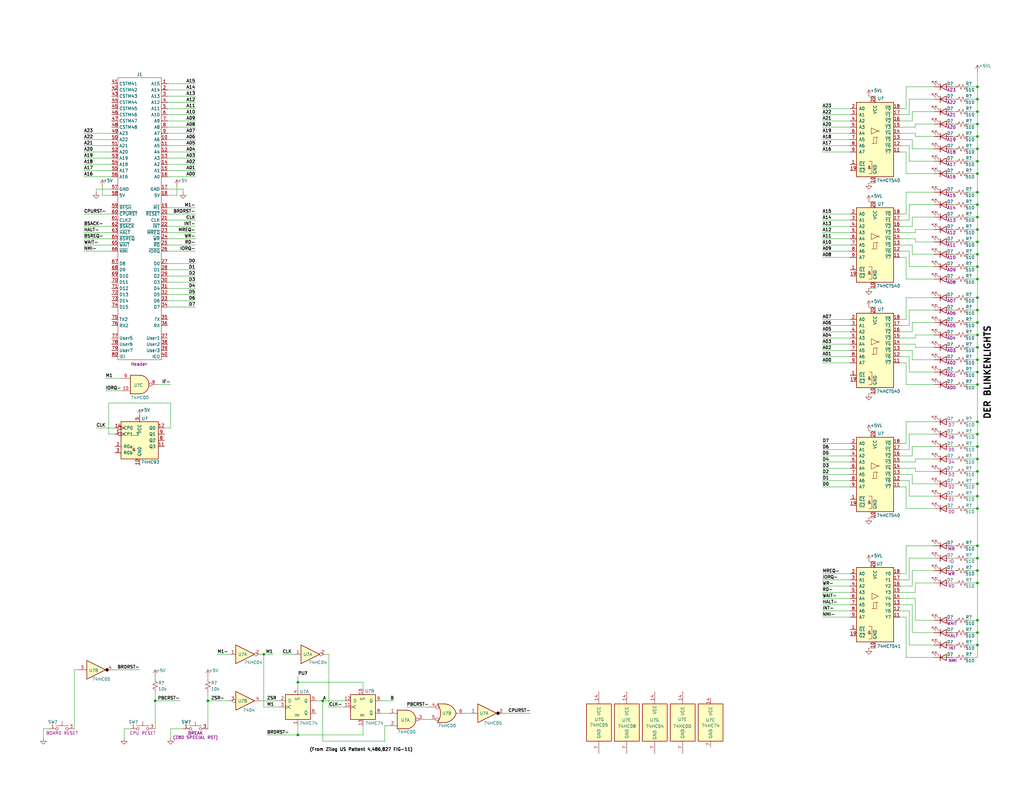
<source format=kicad_sch>
(kicad_sch (version 20250114) (generator "eeschema") (generator_version "9.0")
  (paper "User" 419.1 323.85)
  (title_block (title "Z80 Debug for SD-ZMB (on RC80-Bus)") (date "2025-10-11") (rev "PR-1") (company "SilkyDESIGN") (comment 1 "Copyright 2025 AESilky & SMcCown"))
  (lib_symbols
    (symbol "74xx:74LS00" (pin_names (offset 1.016))
      (property "Reference" "U" (at 0 1.27 0))
      (property "Value" "74LS00" (at 0 -1.27 0))
      (symbol "74LS00_1_1"
        (pin input line (at -7.62 2.54 0) (length 3.81) (name "~") (number "1"))
        (pin input line (at -7.62 -2.54 0) (length 3.81) (name "~") (number "2"))
        (pin output inverted (at 7.62 0 180) (length 3.81) (name "~") (number "3"))
      )
      (symbol "74LS00_1_2"
        (pin input inverted (at -7.62 2.54 0) (length 4.318) (name "~") (number "1"))
        (pin input inverted (at -7.62 -2.54 0) (length 4.318) (name "~") (number "2"))
        (pin output line (at 7.62 0 180) (length 3.81) (name "~") (number "3"))
      )
      (symbol "74LS00_2_1"
        (pin input line (at -7.62 2.54 0) (length 3.81) (name "~") (number "4"))
        (pin input line (at -7.62 -2.54 0) (length 3.81) (name "~") (number "5"))
        (pin output inverted (at 7.62 0 180) (length 3.81) (name "~") (number "6"))
      )
      (symbol "74LS00_2_2"
        (pin input inverted (at -7.62 2.54 0) (length 4.318) (name "~") (number "4"))
        (pin input inverted (at -7.62 -2.54 0) (length 4.318) (name "~") (number "5"))
        (pin output line (at 7.62 0 180) (length 3.81) (name "~") (number "6"))
      )
      (symbol "74LS00_3_1"
        (pin input line (at -7.62 2.54 0) (length 3.81) (name "~") (number "9"))
        (pin input line (at -7.62 -2.54 0) (length 3.81) (name "~") (number "10"))
        (pin output inverted (at 7.62 0 180) (length 3.81) (name "~") (number "8"))
      )
      (symbol "74LS00_3_2"
        (pin input inverted (at -7.62 2.54 0) (length 4.318) (name "~") (number "9"))
        (pin input inverted (at -7.62 -2.54 0) (length 4.318) (name "~") (number "10"))
        (pin output line (at 7.62 0 180) (length 3.81) (name "~") (number "8"))
      )
      (symbol "74LS00_4_1"
        (pin input line (at -7.62 2.54 0) (length 3.81) (name "~") (number "12"))
        (pin input line (at -7.62 -2.54 0) (length 3.81) (name "~") (number "13"))
        (pin output inverted (at 7.62 0 180) (length 3.81) (name "~") (number "11"))
      )
      (symbol "74LS00_4_2"
        (pin input inverted (at -7.62 2.54 0) (length 4.318) (name "~") (number "12"))
        (pin input inverted (at -7.62 -2.54 0) (length 4.318) (name "~") (number "13"))
        (pin output line (at 7.62 0 180) (length 3.81) (name "~") (number "11"))
      )
      (symbol "74LS00_5_0"
        (pin power_in line (at 0 12.7 270) (length 5.08) (name "VCC") (number "14"))
        (pin power_in line (at 0 -12.7 90) (length 5.08) (name "GND") (number "7"))
      )
    )
    (symbol "74xx:74LS08" (pin_names (offset 1.016))
      (property "Reference" "U" (at 0 1.27 0))
      (property "Value" "74LS08" (at 0 -1.27 0))
      (symbol "74LS08_1_1"
        (pin input line (at -7.62 2.54 0) (length 3.81) (name "~") (number "1"))
        (pin input line (at -7.62 -2.54 0) (length 3.81) (name "~") (number "2"))
        (pin output line (at 7.62 0 180) (length 3.81) (name "~") (number "3"))
      )
      (symbol "74LS08_1_2"
        (pin input inverted (at -7.62 2.54 0) (length 4.318) (name "~") (number "1"))
        (pin input inverted (at -7.62 -2.54 0) (length 4.318) (name "~") (number "2"))
        (pin output inverted (at 7.62 0 180) (length 3.81) (name "~") (number "3"))
      )
      (symbol "74LS08_2_1"
        (pin input line (at -7.62 2.54 0) (length 3.81) (name "~") (number "4"))
        (pin input line (at -7.62 -2.54 0) (length 3.81) (name "~") (number "5"))
        (pin output line (at 7.62 0 180) (length 3.81) (name "~") (number "6"))
      )
      (symbol "74LS08_2_2"
        (pin input inverted (at -7.62 2.54 0) (length 4.318) (name "~") (number "4"))
        (pin input inverted (at -7.62 -2.54 0) (length 4.318) (name "~") (number "5"))
        (pin output inverted (at 7.62 0 180) (length 3.81) (name "~") (number "6"))
      )
      (symbol "74LS08_3_1"
        (pin input line (at -7.62 2.54 0) (length 3.81) (name "~") (number "9"))
        (pin input line (at -7.62 -2.54 0) (length 3.81) (name "~") (number "10"))
        (pin output line (at 7.62 0 180) (length 3.81) (name "~") (number "8"))
      )
      (symbol "74LS08_3_2"
        (pin input inverted (at -7.62 2.54 0) (length 4.318) (name "~") (number "9"))
        (pin input inverted (at -7.62 -2.54 0) (length 4.318) (name "~") (number "10"))
        (pin output inverted (at 7.62 0 180) (length 3.81) (name "~") (number "8"))
      )
      (symbol "74LS08_4_1"
        (pin input line (at -7.62 2.54 0) (length 3.81) (name "~") (number "12"))
        (pin input line (at -7.62 -2.54 0) (length 3.81) (name "~") (number "13"))
        (pin output line (at 7.62 0 180) (length 3.81) (name "~") (number "11"))
      )
      (symbol "74LS08_4_2"
        (pin input inverted (at -7.62 2.54 0) (length 4.318) (name "~") (number "12"))
        (pin input inverted (at -7.62 -2.54 0) (length 4.318) (name "~") (number "13"))
        (pin output inverted (at 7.62 0 180) (length 3.81) (name "~") (number "11"))
      )
      (symbol "74LS08_5_0"
        (pin power_in line (at 0 12.7 270) (length 5.08) (name "VCC") (number "14"))
        (pin power_in line (at 0 -12.7 90) (length 5.08) (name "GND") (number "7"))
      )
    )
    (symbol "74xx:74LS74" (pin_names (offset 1.016))
      (property "Reference" "U" (at -7.62 8.89 0))
      (property "Value" "74LS74" (at -7.62 -8.89 0))
      (symbol "74LS74_1_0"
        (pin input line (at -7.62 2.54 0) (length 2.54) (name "D") (number "2"))
        (pin input clock (at -7.62 0 0) (length 2.54) (name "C") (number "3"))
        (pin input line (at 0 7.62 270) (length 2.54) (name "~{S}") (number "4"))
        (pin input line (at 0 -7.62 90) (length 2.54) (name "~{R}") (number "1"))
        (pin output line (at 7.62 2.54 180) (length 2.54) (name "Q") (number "5"))
        (pin output line (at 7.62 -2.54 180) (length 2.54) (name "~{Q}") (number "6"))
      )
      (symbol "74LS74_2_0"
        (pin input line (at -7.62 2.54 0) (length 2.54) (name "D") (number "12"))
        (pin input clock (at -7.62 0 0) (length 2.54) (name "C") (number "11"))
        (pin input line (at 0 7.62 270) (length 2.54) (name "~{S}") (number "10"))
        (pin input line (at 0 -7.62 90) (length 2.54) (name "~{R}") (number "13"))
        (pin output line (at 7.62 2.54 180) (length 2.54) (name "Q") (number "9"))
        (pin output line (at 7.62 -2.54 180) (length 2.54) (name "~{Q}") (number "8"))
      )
      (symbol "74LS74_3_0"
        (pin power_in line (at 0 10.16 270) (length 2.54) (name "VCC") (number "14"))
        (pin power_in line (at 0 -10.16 90) (length 2.54) (name "GND") (number "7"))
      )
    )
    (symbol "AES_Library:7404-AES"
      (property "Reference" "U" (at -2.286 -0.254 0))
      (property "Value" "7404" (at -1.016 -3.302 0))
      (symbol "7404-AES_1_1"
        (pin input line (at -6.35 0 0) (length 2.54) (name "~") (number "1"))
        (pin output inverted (at 6.35 0 180) (length 2.54) (name "~") (number "2"))
      )
      (symbol "7404-AES_1_2"
        (pin input inverted (at -6.35 0 0) (length 2.54) (name "~") (number "1"))
        (pin output line (at 6.35 0 180) (length 2.54) (name "~") (number "2"))
      )
      (symbol "7404-AES_2_1"
        (pin input line (at -6.35 0 0) (length 2.54) (name "~") (number "3"))
        (pin output inverted (at 6.35 0 180) (length 2.54) (name "~") (number "4"))
      )
      (symbol "7404-AES_2_2"
        (pin input inverted (at -6.35 0 0) (length 2.54) (name "~") (number "3"))
        (pin output line (at 6.35 0 180) (length 2.54) (name "~") (number "4"))
      )
      (symbol "7404-AES_3_1"
        (pin input line (at -6.35 0 0) (length 2.54) (name "~") (number "5"))
        (pin output inverted (at 6.35 0 180) (length 2.54) (name "~") (number "6"))
      )
      (symbol "7404-AES_3_2"
        (pin input inverted (at -6.35 0 0) (length 2.54) (name "~") (number "5"))
        (pin output line (at 6.35 0 180) (length 2.54) (name "~") (number "6"))
      )
      (symbol "7404-AES_4_1"
        (pin input line (at -6.35 0 0) (length 2.54) (name "~") (number "9"))
        (pin output inverted (at 6.35 0 180) (length 2.54) (name "~") (number "8"))
      )
      (symbol "7404-AES_4_2"
        (pin input inverted (at -6.35 0 0) (length 2.54) (name "~") (number "9"))
        (pin output line (at 6.35 0 180) (length 2.54) (name "~") (number "8"))
      )
      (symbol "7404-AES_5_1"
        (pin input line (at -6.35 0 0) (length 2.54) (name "~") (number "11"))
        (pin output inverted (at 6.35 0 180) (length 2.54) (name "~") (number "10"))
      )
      (symbol "7404-AES_5_2"
        (pin input inverted (at -6.35 0 0) (length 2.54) (name "~") (number "11"))
        (pin output line (at 6.35 0 180) (length 2.54) (name "~") (number "10"))
      )
      (symbol "7404-AES_6_1"
        (pin input line (at -6.35 0 0) (length 2.54) (name "~") (number "13"))
        (pin output inverted (at 6.35 0 180) (length 2.54) (name "~") (number "12"))
      )
      (symbol "7404-AES_6_2"
        (pin input inverted (at -6.35 0 0) (length 2.54) (name "~") (number "13"))
        (pin output line (at 6.35 0 180) (length 2.54) (name "~") (number "12"))
      )
      (symbol "7404-AES_7_0"
        (pin power_in line (at 0 12.7 270) (length 5.08) (name "VCC") (number "14"))
        (pin power_in line (at 0 -12.7 90) (length 5.08) (name "GND") (number "7"))
      )
    )
    (symbol "AES_Library:7405-AES" (pin_names (offset 1.016))
      (property "Reference" "U" (at -0.762 0 0))
      (property "Value" "7405" (at 1.27 -3.556 0))
      (symbol "7405-AES_1_0"
        (pin input line (at -7.62 0 0) (length 3.81) (name "~") (number "1"))
        (pin open_collector inverted (at 7.62 0 180) (length 3.81) (name "~") (number "2"))
      )
      (symbol "7405-AES_2_0"
        (pin input line (at -7.62 0 0) (length 3.81) (name "~") (number "3"))
        (pin open_collector inverted (at 7.62 0 180) (length 3.81) (name "~") (number "4"))
      )
      (symbol "7405-AES_3_0"
        (pin input line (at -7.62 0 0) (length 3.81) (name "~") (number "5"))
        (pin open_collector inverted (at 7.62 0 180) (length 3.81) (name "~") (number "6"))
      )
      (symbol "7405-AES_4_0"
        (pin input line (at -7.62 0 0) (length 3.81) (name "~") (number "9"))
        (pin open_collector inverted (at 7.62 0 180) (length 3.81) (name "~") (number "8"))
      )
      (symbol "7405-AES_5_0"
        (pin input line (at -7.62 0 0) (length 3.81) (name "~") (number "11"))
        (pin open_collector inverted (at 7.62 0 180) (length 3.81) (name "~") (number "10"))
      )
      (symbol "7405-AES_6_0"
        (pin input line (at -7.62 0 0) (length 3.81) (name "~") (number "13"))
        (pin open_collector inverted (at 7.62 0 180) (length 3.81) (name "~") (number "12"))
      )
      (symbol "7405-AES_7_0"
        (pin power_in line (at 0 12.7 270) (length 5.08) (name "VCC") (number "14"))
        (pin power_in line (at 0 -12.7 90) (length 5.08) (name "GND") (number "7"))
      )
    )
    (symbol "AES_Library:74540-AES" (pin_names (offset 1.016))
      (property "Reference" "U" (at 1.016 16.51 0))
      (property "Value" "74540-AES" (at 0.762 -16.51 0))
      (symbol "74540-AES_1_0"
        (pin input line (at -10.16 12.7 0) (length 2.54) (name "A0") (number "2"))
        (pin input line (at -10.16 10.16 0) (length 2.54) (name "A1") (number "3"))
        (pin input line (at -10.16 7.62 0) (length 2.54) (name "A2") (number "4"))
        (pin input line (at -10.16 5.08 0) (length 2.54) (name "A3") (number "5"))
        (pin input line (at -10.16 2.54 0) (length 2.54) (name "A4") (number "6"))
        (pin input line (at -10.16 0 0) (length 2.54) (name "A5") (number "7"))
        (pin input line (at -10.16 -2.54 0) (length 2.54) (name "A6") (number "8"))
        (pin input line (at -10.16 -5.08 0) (length 2.54) (name "A7") (number "9"))
        (pin input line (at -10.16 -10.16 0) (length 2.54) (name "~{G1}") (number "1"))
        (pin input line (at -10.16 -12.7 0) (length 2.54) (name "~{G2}") (number "19"))
        (pin power_in line (at 0 17.78 270) (length 2.54) (name "VCC") (number "20"))
        (pin power_in line (at 0 -17.78 90) (length 2.54) (name "GND") (number "10"))
        (pin tri_state line (at 10.16 12.7 180) (length 2.54) (name "~{Y0}") (number "18"))
        (pin tri_state line (at 10.16 10.16 180) (length 2.54) (name "~{Y1}") (number "17"))
        (pin tri_state line (at 10.16 7.62 180) (length 2.54) (name "~{Y2}") (number "16"))
        (pin tri_state line (at 10.16 5.08 180) (length 2.54) (name "~{Y3}") (number "15"))
        (pin tri_state line (at 10.16 2.54 180) (length 2.54) (name "~{Y4}") (number "14"))
        (pin tri_state line (at 10.16 0 180) (length 2.54) (name "~{Y5}") (number "13"))
        (pin tri_state line (at 10.16 -2.54 180) (length 2.54) (name "~{Y6}") (number "12"))
        (pin tri_state line (at 10.16 -5.08 180) (length 2.54) (name "~{Y7}") (number "11"))
      )
      (symbol "74540-AES_1_1"
        (text "&" (at -2.286 -11.43 0) (effects (font (size 1.27 1.27))))
      )
    )
    (symbol "AES_Library:74541-AES" (pin_names (offset 1.016))
      (property "Reference" "U" (at 1.016 16.51 0))
      (property "Value" "74541" (at 0.762 -16.51 0))
      (symbol "74541-AES_1_0"
        (pin input line (at -10.16 12.7 0) (length 2.54) (name "A0") (number "2"))
        (pin input line (at -10.16 10.16 0) (length 2.54) (name "A1") (number "3"))
        (pin input line (at -10.16 7.62 0) (length 2.54) (name "A2") (number "4"))
        (pin input line (at -10.16 5.08 0) (length 2.54) (name "A3") (number "5"))
        (pin input line (at -10.16 2.54 0) (length 2.54) (name "A4") (number "6"))
        (pin input line (at -10.16 0 0) (length 2.54) (name "A5") (number "7"))
        (pin input line (at -10.16 -2.54 0) (length 2.54) (name "A6") (number "8"))
        (pin input line (at -10.16 -5.08 0) (length 2.54) (name "A7") (number "9"))
        (pin input line (at -10.16 -10.16 0) (length 2.54) (name "~{G1}") (number "1"))
        (pin input line (at -10.16 -12.7 0) (length 2.54) (name "~{G2}") (number "19"))
        (pin power_in line (at 0 17.78 270) (length 2.54) (name "VCC") (number "20"))
        (pin power_in line (at 0 -17.78 90) (length 2.54) (name "GND") (number "10"))
        (pin tri_state line (at 10.16 12.7 180) (length 2.54) (name "Y0") (number "18"))
        (pin tri_state line (at 10.16 10.16 180) (length 2.54) (name "Y1") (number "17"))
        (pin tri_state line (at 10.16 7.62 180) (length 2.54) (name "Y2") (number "16"))
        (pin tri_state line (at 10.16 5.08 180) (length 2.54) (name "Y3") (number "15"))
        (pin tri_state line (at 10.16 2.54 180) (length 2.54) (name "Y4") (number "14"))
        (pin tri_state line (at 10.16 0 180) (length 2.54) (name "Y5") (number "13"))
        (pin tri_state line (at 10.16 -2.54 180) (length 2.54) (name "Y6") (number "12"))
        (pin tri_state line (at 10.16 -5.08 180) (length 2.54) (name "Y7") (number "11"))
      )
      (symbol "74541-AES_1_1"
        (text "&" (at -2.286 -11.43 0) (effects (font (size 1.27 1.27))))
      )
    )
    (symbol "AES_Library:7493-AES" (pin_names (offset 1.016))
      (property "Reference" "U" (at -7.62 8.89 0))
      (property "Value" "7493" (at 1.016 -8.89 0))
      (symbol "7493-AES_1_0"
        (pin input inverted_clock (at -10.16 5.08 0) (length 2.54) (name "CP0") (number "14"))
        (pin input inverted_clock (at -10.16 2.54 0) (length 2.54) (name "CP1..3") (number "1"))
        (pin input line (at -10.16 -2.54 0) (length 2.54) (name "R0a") (number "2"))
        (pin input line (at -10.16 -5.08 0) (length 2.54) (name "R0b") (number "3"))
        (pin power_in line (at 0 10.16 270) (length 2.54) (name "VCC") (number "5"))
        (pin power_in line (at 0 -10.16 90) (length 2.54) (name "GND") (number "10"))
        (pin output line (at 10.16 5.08 180) (length 2.54) (name "Q0") (number "12"))
        (pin output line (at 10.16 2.54 180) (length 2.54) (name "Q1") (number "9"))
        (pin output line (at 10.16 0 180) (length 2.54) (name "Q2") (number "8"))
        (pin output line (at 10.16 -2.54 180) (length 2.54) (name "Q3") (number "11"))
      )
      (symbol "7493-AES_1_1"
        (text "&" (at -2.286 -3.81 0) (effects (font (size 1.27 1.27))))
      )
    )
    (symbol "AES_Library:RC2014_BUS_BP80-AES"
      (property "Reference" "J" (at 0 0 0))
      (symbol "RC2014_BUS_BP80-AES_1_0"
        (pin unspecified line (at -11.43 54.61 0) (length 2.54) (name "CSTM41") (number "41"))
        (pin unspecified line (at -11.43 52.07 0) (length 2.54) (name "CSTM42") (number "42"))
        (pin unspecified line (at -11.43 49.53 0) (length 2.54) (name "CSTM43") (number "43"))
        (pin unspecified line (at -11.43 46.99 0) (length 2.54) (name "CSTM44") (number "44"))
        (pin unspecified line (at -11.43 44.45 0) (length 2.54) (name "CSTM45") (number "45"))
        (pin unspecified line (at -11.43 41.91 0) (length 2.54) (name "CSTM46") (number "46"))
        (pin unspecified line (at -11.43 39.37 0) (length 2.54) (name "CSTM47") (number "47"))
        (pin unspecified line (at -11.43 36.83 0) (length 2.54) (name "CSTM48") (number "48"))
      )
      (symbol "RC2014_BUS_BP80-AES_1_1"
        (pin tri_state line (at -11.43 34.29 0) (length 2.54) (name "A23") (number "49"))
        (pin tri_state line (at -11.43 31.75 0) (length 2.54) (name "A22") (number "50"))
        (pin tri_state line (at -11.43 29.21 0) (length 2.54) (name "A21") (number "51"))
        (pin tri_state line (at -11.43 26.67 0) (length 2.54) (name "A20") (number "52"))
        (pin tri_state line (at -11.43 24.13 0) (length 2.54) (name "A19") (number "53"))
        (pin tri_state line (at -11.43 21.59 0) (length 2.54) (name "A18") (number "54"))
        (pin tri_state line (at -11.43 19.05 0) (length 2.54) (name "A17") (number "55"))
        (pin tri_state line (at -11.43 16.51 0) (length 2.54) (name "A16") (number "56"))
        (pin power_in line (at -11.43 11.43 0) (length 2.54) (name "GND") (number "57"))
        (pin power_in line (at -11.43 8.89 0) (length 2.54) (name "5V") (number "58"))
        (pin bidirectional line (at -11.43 3.81 0) (length 2.54) (name "~{RFSH}") (number "59"))
        (pin open_collector line (at -11.43 1.27 0) (length 2.54) (name "~{CPURST}") (number "60"))
        (pin bidirectional line (at -11.43 -1.27 0) (length 2.54) (name "CLK2") (number "61"))
        (pin bidirectional line (at -11.43 -3.81 0) (length 2.54) (name "~{BSACK}") (number "62"))
        (pin bidirectional line (at -11.43 -6.35 0) (length 2.54) (name "~{HALT}") (number "63"))
        (pin bidirectional line (at -11.43 -8.89 0) (length 2.54) (name "~{BSREQ}") (number "64"))
        (pin open_collector line (at -11.43 -11.43 0) (length 2.54) (name "~{WAIT}") (number "65"))
        (pin open_collector line (at -11.43 -13.97 0) (length 2.54) (name "~{NMI}") (number "66"))
        (pin tri_state line (at -11.43 -19.05 0) (length 2.54) (name "D8") (number "67"))
        (pin tri_state line (at -11.43 -21.59 0) (length 2.54) (name "D9") (number "68"))
        (pin tri_state line (at -11.43 -24.13 0) (length 2.54) (name "D10") (number "69"))
        (pin tri_state line (at -11.43 -26.67 0) (length 2.54) (name "D11") (number "70"))
        (pin tri_state line (at -11.43 -29.21 0) (length 2.54) (name "D12") (number "71"))
        (pin tri_state line (at -11.43 -31.75 0) (length 2.54) (name "D13") (number "72"))
        (pin tri_state line (at -11.43 -34.29 0) (length 2.54) (name "D14") (number "73"))
        (pin tri_state line (at -11.43 -36.83 0) (length 2.54) (name "D15") (number "74"))
        (pin bidirectional line (at -11.43 -41.91 0) (length 2.54) (name "TX2") (number "75"))
        (pin bidirectional line (at -11.43 -44.45 0) (length 2.54) (name "RX2") (number "76"))
        (pin free line (at -11.43 -49.53 0) (length 2.54) (name "User5") (number "77"))
        (pin free line (at -11.43 -52.07 0) (length 2.54) (name "User6") (number "78"))
        (pin free line (at -11.43 -54.61 0) (length 2.54) (name "User7") (number "79"))
        (pin input line (at -11.43 -57.15 0) (length 2.54) (name "IEI") (number "80"))
        (pin tri_state line (at 11.43 54.61 180) (length 2.54) (name "A15") (number "1"))
        (pin tri_state line (at 11.43 52.07 180) (length 2.54) (name "A14") (number "2"))
        (pin tri_state line (at 11.43 49.53 180) (length 2.54) (name "A13") (number "3"))
        (pin tri_state line (at 11.43 46.99 180) (length 2.54) (name "A12") (number "4"))
        (pin tri_state line (at 11.43 44.45 180) (length 2.54) (name "A11") (number "5"))
        (pin tri_state line (at 11.43 41.91 180) (length 2.54) (name "A10") (number "6"))
        (pin tri_state line (at 11.43 39.37 180) (length 2.54) (name "A9") (number "7"))
        (pin tri_state line (at 11.43 36.83 180) (length 2.54) (name "A8") (number "8"))
        (pin tri_state line (at 11.43 34.29 180) (length 2.54) (name "A7") (number "9"))
        (pin tri_state line (at 11.43 31.75 180) (length 2.54) (name "A6") (number "10"))
        (pin tri_state line (at 11.43 29.21 180) (length 2.54) (name "A5") (number "11"))
        (pin tri_state line (at 11.43 26.67 180) (length 2.54) (name "A4") (number "12"))
        (pin tri_state line (at 11.43 24.13 180) (length 2.54) (name "A3") (number "13"))
        (pin tri_state line (at 11.43 21.59 180) (length 2.54) (name "A2") (number "14"))
        (pin tri_state line (at 11.43 19.05 180) (length 2.54) (name "A1") (number "15"))
        (pin tri_state line (at 11.43 16.51 180) (length 2.54) (name "A0") (number "16"))
        (pin power_in line (at 11.43 11.43 180) (length 2.54) (name "GND") (number "17"))
        (pin power_in line (at 11.43 8.89 180) (length 2.54) (name "5V") (number "18"))
        (pin bidirectional line (at 11.43 3.81 180) (length 2.54) (name "~{M1}") (number "19"))
        (pin open_collector line (at 11.43 1.27 180) (length 2.54) (name "~{RESET}") (number "20"))
        (pin bidirectional line (at 11.43 -1.27 180) (length 2.54) (name "CLK") (number "21"))
        (pin open_collector line (at 11.43 -3.81 180) (length 2.54) (name "~{INT}") (number "22"))
        (pin tri_state line (at 11.43 -6.35 180) (length 2.54) (name "~{MREQ}") (number "23"))
        (pin tri_state line (at 11.43 -8.89 180) (length 2.54) (name "~{WR}") (number "24"))
        (pin tri_state line (at 11.43 -11.43 180) (length 2.54) (name "~{RD}") (number "25"))
        (pin tri_state line (at 11.43 -13.97 180) (length 2.54) (name "~{IORQ}") (number "26"))
        (pin tri_state line (at 11.43 -19.05 180) (length 2.54) (name "D0") (number "27"))
        (pin tri_state line (at 11.43 -21.59 180) (length 2.54) (name "D1") (number "28"))
        (pin tri_state line (at 11.43 -24.13 180) (length 2.54) (name "D2") (number "29"))
        (pin tri_state line (at 11.43 -26.67 180) (length 2.54) (name "D3") (number "30"))
        (pin tri_state line (at 11.43 -29.21 180) (length 2.54) (name "D4") (number "31"))
        (pin tri_state line (at 11.43 -31.75 180) (length 2.54) (name "D5") (number "32"))
        (pin tri_state line (at 11.43 -34.29 180) (length 2.54) (name "D6") (number "33"))
        (pin tri_state line (at 11.43 -36.83 180) (length 2.54) (name "D7") (number "34"))
        (pin bidirectional line (at 11.43 -41.91 180) (length 2.54) (name "TX") (number "35"))
        (pin bidirectional line (at 11.43 -44.45 180) (length 2.54) (name "RX") (number "36"))
        (pin free line (at 11.43 -49.53 180) (length 2.54) (name "User1") (number "37"))
        (pin free line (at 11.43 -52.07 180) (length 2.54) (name "User2") (number "38"))
        (pin free line (at 11.43 -54.61 180) (length 2.54) (name "User3") (number "39"))
        (pin output line (at 11.43 -57.15 180) (length 2.54) (name "IEO") (number "40"))
      )
    )
    (symbol "AES_Library:SW_Push_Tactile_12-34" (pin_names (offset 1.016) (hide yes))
      (property "Reference" "SW" (at 1.27 2.54 0))
      (property "Value" "SW_Push" (at 0 -1.27 0))
      (symbol "SW_Push_Tactile_12-34_1_1"
        (pin passive line (at -5.08 0 0) (length 2.54) (name "1") (number "1"))
        (pin passive line (at -5.08 0 0) (length 2.54) (hide yes) (name "2") (number "2"))
        (pin passive line (at 5.08 0 180) (length 2.54) (name "3") (number "3"))
        (pin passive line (at 5.08 0 180) (length 2.54) (hide yes) (name "4") (number "4"))
      )
    )
    (symbol "Device:LED" (pin_numbers (hide yes)) (pin_names (offset 1.016) (hide yes))
      (property "Reference" "D" (at 0 2.54 0))
      (property "Value" "LED" (at 0 -2.54 0))
      (symbol "LED_1_1"
        (pin passive line (at -3.81 0 0) (length 2.54) (name "K") (number "1"))
        (pin passive line (at 3.81 0 180) (length 2.54) (name "A") (number "2"))
      )
    )
    (symbol "Device:R_Small_US" (pin_numbers (hide yes)) (pin_names (offset 0.254) (hide yes))
      (property "Reference" "R" (at 0.762 0.508 0))
      (property "Value" "R_Small_US" (at 0.762 -1.016 0))
      (symbol "R_Small_US_1_1"
        (pin passive line (at 0 2.54 270) (length 1.016) (name "~") (number "1"))
        (pin passive line (at 0 -2.54 90) (length 1.016) (name "~") (number "2"))
      )
    )
    (symbol "power:+5V" (power) (pin_numbers (hide yes)) (pin_names (offset 0) (hide yes))
      (property "Value" "+5V" (at 0 3.556 0))
      (symbol "+5V_1_1"
        (pin power_in line (at 0 0 90) (length 0) (name "~") (number "1"))
      )
    )
    (symbol "power:+5VL" (power) (pin_numbers (hide yes)) (pin_names (offset 0) (hide yes))
      (property "Value" "+5VL" (at 0 3.556 0))
      (symbol "+5VL_1_1"
        (pin power_in line (at 0 0 90) (length 0) (name "~") (number "1"))
      )
    )
    (symbol "power:GND" (power) (pin_numbers (hide yes)) (pin_names (offset 0) (hide yes))
      (property "Value" "GND" (at 0 -3.81 0))
      (symbol "GND_1_1"
        (pin power_in line (at 0 0 270) (length 0) (name "~") (number "1"))
      )
    )
  )
  (text "(From Zilog US Pattent 4,486,827 FIG-11)" (at 147.828 307.086 0) (effects (font (size 1.27 1.27) (thickness 0.254) (bold yes))))
  (text "DER BLINKENLIGHTS" (at 404.114 152.654 90) (effects (font (size 2.54 2.54) (thickness 0.508) (bold yes))))
  (junction (at 400.05 147.32))
  (junction (at 400.05 264.16))
  (junction (at 400.05 104.14))
  (junction (at 400.05 66.04))
  (junction (at 121.92 279.4))
  (junction (at 400.05 45.72))
  (junction (at 400.05 132.08))
  (junction (at 400.05 99.06))
  (junction (at 400.05 157.48))
  (junction (at 400.05 259.08))
  (junction (at 400.05 177.8))
  (junction (at 107.95 267.97))
  (junction (at 400.05 93.98))
  (junction (at 400.05 114.3))
  (junction (at 400.05 40.64))
  (junction (at 400.05 172.72))
  (junction (at 400.05 182.88))
  (junction (at 400.05 187.96))
  (junction (at 400.05 55.88))
  (junction (at 400.05 152.4))
  (junction (at 400.05 228.6))
  (junction (at 121.92 300.99))
  (junction (at 400.05 238.76))
  (junction (at 400.05 88.9))
  (junction (at 400.05 78.74))
  (junction (at 400.05 121.92))
  (junction (at 400.05 193.04))
  (junction (at 400.05 208.28))
  (junction (at 400.05 127))
  (junction (at 400.05 137.16))
  (junction (at 400.05 142.24))
  (junction (at 85.09 287.02))
  (junction (at 400.05 35.56))
  (junction (at 63.5 287.02))
  (junction (at 132.08 287.02))
  (junction (at 400.05 223.52))
  (junction (at 400.05 71.12))
  (junction (at 400.05 83.82))
  (junction (at 400.05 60.96))
  (junction (at 400.05 109.22))
  (junction (at 400.05 50.8))
  (junction (at 400.05 198.12))
  (junction (at 400.05 233.68))
  (junction (at 400.05 254))
  (junction (at 400.05 203.2))
  (wire (pts (xy 336.55 199.39) (xy 347.98 199.39)))
  (wire (pts (xy 368.3 148.59) (xy 370.84 148.59)))
  (wire (pts (xy 68.58 102.87) (xy 80.01 102.87)))
  (wire (pts (xy 370.84 252.73) (xy 370.84 269.24)))
  (wire (pts (xy 389.89 60.96) (xy 391.16 60.96)))
  (wire (pts (xy 107.95 267.97) (xy 111.76 267.97)))
  (wire (pts (xy 368.3 250.19) (xy 372.11 250.19)))
  (wire (pts (xy 400.05 114.3) (xy 400.05 121.92)))
  (wire (pts (xy 157.48 303.53) (xy 132.08 303.53)))
  (wire (pts (xy 39.37 78.74) (xy 39.37 77.47)))
  (wire (pts (xy 370.84 62.23) (xy 370.84 71.12)))
  (wire (pts (xy 368.3 54.61) (xy 374.65 54.61)))
  (wire (pts (xy 336.55 143.51) (xy 347.98 143.51)))
  (wire (pts (xy 372.11 196.85) (xy 372.11 203.2)))
  (wire (pts (xy 372.11 146.05) (xy 372.11 152.4)))
  (wire (pts (xy 374.65 55.88) (xy 382.27 55.88)))
  (wire (pts (xy 372.11 228.6) (xy 382.27 228.6)))
  (wire (pts (xy 374.65 238.76) (xy 382.27 238.76)))
  (wire (pts (xy 50.8 298.45) (xy 53.34 298.45)))
  (wire (pts (xy 373.38 88.9) (xy 382.27 88.9)))
  (wire (pts (xy 374.65 54.61) (xy 374.65 55.88)))
  (wire (pts (xy 400.05 203.2) (xy 400.05 208.28)))
  (wire (pts (xy 396.24 55.88) (xy 400.05 55.88)))
  (wire (pts (xy 400.05 35.56) (xy 400.05 40.64)))
  (wire (pts (xy 396.24 198.12) (xy 400.05 198.12)))
  (wire (pts (xy 400.05 254) (xy 400.05 259.08)))
  (wire (pts (xy 370.84 130.81) (xy 370.84 121.92)))
  (wire (pts (xy 44.45 165.1) (xy 44.45 177.8)))
  (wire (pts (xy 72.39 80.01) (xy 72.39 76.2)))
  (wire (pts (xy 69.85 165.1) (xy 44.45 165.1)))
  (wire (pts (xy 389.89 238.76) (xy 391.16 238.76)))
  (wire (pts (xy 34.29 54.61) (xy 45.72 54.61)))
  (wire (pts (xy 396.24 233.68) (xy 400.05 233.68)))
  (wire (pts (xy 400.05 264.16) (xy 400.05 269.24)))
  (wire (pts (xy 41.91 76.2) (xy 41.91 80.01)))
  (wire (pts (xy 336.55 148.59) (xy 347.98 148.59)))
  (wire (pts (xy 396.24 152.4) (xy 400.05 152.4)))
  (wire (pts (xy 374.65 95.25) (xy 374.65 93.98)))
  (wire (pts (xy 400.05 177.8) (xy 400.05 182.88)))
  (wire (pts (xy 132.08 303.53) (xy 132.08 287.02)))
  (wire (pts (xy 336.55 92.71) (xy 347.98 92.71)))
  (wire (pts (xy 370.84 105.41) (xy 370.84 114.3)))
  (wire (pts (xy 389.89 182.88) (xy 391.16 182.88)))
  (wire (pts (xy 373.38 233.68) (xy 382.27 233.68)))
  (wire (pts (xy 368.3 44.45) (xy 370.84 44.45)))
  (wire (pts (xy 389.89 172.72) (xy 391.16 172.72)))
  (wire (pts (xy 396.24 147.32) (xy 400.05 147.32)))
  (wire (pts (xy 396.24 35.56) (xy 400.05 35.56)))
  (wire (pts (xy 396.24 177.8) (xy 400.05 177.8)))
  (wire (pts (xy 400.05 193.04) (xy 400.05 198.12)))
  (wire (pts (xy 396.24 228.6) (xy 400.05 228.6)))
  (wire (pts (xy 372.11 127) (xy 382.27 127)))
  (wire (pts (xy 355.6 82.55) (xy 358.14 82.55)))
  (wire (pts (xy 158.75 297.18) (xy 157.48 297.18)))
  (wire (pts (xy 355.6 176.53) (xy 358.14 176.53)))
  (wire (pts (xy 368.3 87.63) (xy 370.84 87.63)))
  (wire (pts (xy 396.24 187.96) (xy 400.05 187.96)))
  (wire (pts (xy 336.55 46.99) (xy 347.98 46.99)))
  (wire (pts (xy 370.84 78.74) (xy 382.27 78.74)))
  (wire (pts (xy 68.58 64.77) (xy 80.01 64.77)))
  (wire (pts (xy 389.89 264.16) (xy 391.16 264.16)))
  (wire (pts (xy 373.38 147.32) (xy 382.27 147.32)))
  (wire (pts (xy 396.24 254) (xy 400.05 254)))
  (wire (pts (xy 355.6 229.87) (xy 358.14 229.87)))
  (wire (pts (xy 370.84 234.95) (xy 370.84 223.52)))
  (wire (pts (xy 396.24 104.14) (xy 400.05 104.14)))
  (wire (pts (xy 389.89 228.6) (xy 391.16 228.6)))
  (wire (pts (xy 30.48 274.32) (xy 31.75 274.32)))
  (wire (pts (xy 396.24 93.98) (xy 400.05 93.98)))
  (wire (pts (xy 389.89 254) (xy 391.16 254)))
  (wire (pts (xy 336.55 242.57) (xy 347.98 242.57)))
  (wire (pts (xy 372.11 109.22) (xy 382.27 109.22)))
  (wire (pts (xy 372.11 102.87) (xy 372.11 109.22)))
  (wire (pts (xy 372.11 264.16) (xy 382.27 264.16)))
  (wire (pts (xy 85.09 287.02) (xy 93.98 287.02)))
  (wire (pts (xy 69.85 175.26) (xy 69.85 165.1)))
  (wire (pts (xy 336.55 191.77) (xy 347.98 191.77)))
  (wire (pts (xy 368.3 130.81) (xy 370.84 130.81)))
  (wire (pts (xy 372.11 66.04) (xy 382.27 66.04)))
  (wire (pts (xy 374.65 140.97) (xy 374.65 142.24)))
  (wire (pts (xy 68.58 118.11) (xy 80.01 118.11)))
  (wire (pts (xy 336.55 130.81) (xy 347.98 130.81)))
  (wire (pts (xy 396.24 172.72) (xy 400.05 172.72)))
  (wire (pts (xy 389.89 259.08) (xy 391.16 259.08)))
  (wire (pts (xy 396.24 182.88) (xy 400.05 182.88)))
  (wire (pts (xy 396.24 66.04) (xy 400.05 66.04)))
  (wire (pts (xy 68.58 97.79) (xy 80.01 97.79)))
  (wire (pts (xy 336.55 252.73) (xy 347.98 252.73)))
  (wire (pts (xy 374.65 138.43) (xy 374.65 137.16)))
  (wire (pts (xy 389.89 40.64) (xy 391.16 40.64)))
  (wire (pts (xy 373.38 186.69) (xy 373.38 182.88)))
  (wire (pts (xy 389.89 152.4) (xy 391.16 152.4)))
  (wire (pts (xy 68.58 41.91) (xy 80.01 41.91)))
  (wire (pts (xy 368.3 90.17) (xy 372.11 90.17)))
  (wire (pts (xy 400.05 238.76) (xy 400.05 254)))
  (wire (pts (xy 68.58 120.65) (xy 80.01 120.65)))
  (wire (pts (xy 400.05 187.96) (xy 400.05 193.04)))
  (wire (pts (xy 370.84 35.56) (xy 382.27 35.56)))
  (wire (pts (xy 400.05 182.88) (xy 400.05 187.96)))
  (wire (pts (xy 400.05 71.12) (xy 400.05 78.74)))
  (wire (pts (xy 336.55 247.65) (xy 347.98 247.65)))
  (wire (pts (xy 396.24 193.04) (xy 400.05 193.04)))
  (wire (pts (xy 373.38 135.89) (xy 373.38 132.08)))
  (wire (pts (xy 34.29 64.77) (xy 45.72 64.77)))
  (wire (pts (xy 43.18 160.02) (xy 49.53 160.02)))
  (wire (pts (xy 370.84 114.3) (xy 382.27 114.3)))
  (wire (pts (xy 370.84 199.39) (xy 370.84 208.28)))
  (wire (pts (xy 389.89 203.2) (xy 391.16 203.2)))
  (wire (pts (xy 68.58 80.01) (xy 72.39 80.01)))
  (wire (pts (xy 400.05 45.72) (xy 400.05 50.8)))
  (wire (pts (xy 396.24 142.24) (xy 400.05 142.24)))
  (wire (pts (xy 43.18 154.94) (xy 49.53 154.94)))
  (wire (pts (xy 400.05 66.04) (xy 400.05 71.12)))
  (wire (pts (xy 374.65 191.77) (xy 374.65 193.04)))
  (wire (pts (xy 373.38 100.33) (xy 373.38 104.14)))
  (wire (pts (xy 400.05 40.64) (xy 400.05 45.72)))
  (wire (pts (xy 336.55 194.31) (xy 347.98 194.31)))
  (wire (pts (xy 389.89 223.52) (xy 391.16 223.52)))
  (wire (pts (xy 372.11 46.99) (xy 372.11 40.64)))
  (wire (pts (xy 68.58 100.33) (xy 80.01 100.33)))
  (wire (pts (xy 121.92 300.99) (xy 148.59 300.99)))
  (wire (pts (xy 355.6 74.93) (xy 358.14 74.93)))
  (wire (pts (xy 68.58 95.25) (xy 80.01 95.25)))
  (wire (pts (xy 121.92 297.18) (xy 121.92 300.99)))
  (wire (pts (xy 389.89 109.22) (xy 391.16 109.22)))
  (wire (pts (xy 63.5 276.86) (xy 63.5 278.13)))
  (wire (pts (xy 372.11 133.35) (xy 372.11 127)))
  (wire (pts (xy 68.58 85.09) (xy 80.01 85.09)))
  (wire (pts (xy 50.8 302.26) (xy 50.8 298.45)))
  (wire (pts (xy 68.58 46.99) (xy 80.01 46.99)))
  (wire (pts (xy 336.55 237.49) (xy 347.98 237.49)))
  (wire (pts (xy 389.89 78.74) (xy 391.16 78.74)))
  (wire (pts (xy 68.58 39.37) (xy 80.01 39.37)))
  (wire (pts (xy 148.59 281.94) (xy 148.59 279.4)))
  (wire (pts (xy 85.09 276.86) (xy 85.09 278.13)))
  (wire (pts (xy 396.24 83.82) (xy 400.05 83.82)))
  (wire (pts (xy 368.3 52.07) (xy 374.65 52.07)))
  (wire (pts (xy 389.89 71.12) (xy 391.16 71.12)))
  (wire (pts (xy 400.05 269.24) (xy 396.24 269.24)))
  (wire (pts (xy 355.6 39.37) (xy 358.14 39.37)))
  (wire (pts (xy 400.05 228.6) (xy 400.05 233.68)))
  (wire (pts (xy 368.3 189.23) (xy 374.65 189.23)))
  (wire (pts (xy 336.55 54.61) (xy 347.98 54.61)))
  (wire (pts (xy 368.3 57.15) (xy 373.38 57.15)))
  (wire (pts (xy 336.55 138.43) (xy 347.98 138.43)))
  (wire (pts (xy 68.58 125.73) (xy 80.01 125.73)))
  (wire (pts (xy 336.55 100.33) (xy 347.98 100.33)))
  (wire (pts (xy 336.55 97.79) (xy 347.98 97.79)))
  (wire (pts (xy 389.89 55.88) (xy 391.16 55.88)))
  (wire (pts (xy 336.55 196.85) (xy 347.98 196.85)))
  (wire (pts (xy 396.24 121.92) (xy 400.05 121.92)))
  (wire (pts (xy 370.84 87.63) (xy 370.84 78.74)))
  (wire (pts (xy 109.22 300.99) (xy 121.92 300.99)))
  (wire (pts (xy 373.38 132.08) (xy 382.27 132.08)))
  (wire (pts (xy 134.62 289.56) (xy 140.97 289.56)))
  (wire (pts (xy 34.29 92.71) (xy 45.72 92.71)))
  (wire (pts (xy 368.3 143.51) (xy 373.38 143.51)))
  (wire (pts (xy 400.05 93.98) (xy 400.05 99.06)))
  (wire (pts (xy 336.55 62.23) (xy 347.98 62.23)))
  (wire (pts (xy 34.29 59.69) (xy 45.72 59.69)))
  (wire (pts (xy 389.89 193.04) (xy 391.16 193.04)))
  (wire (pts (xy 370.84 208.28) (xy 382.27 208.28)))
  (wire (pts (xy 368.3 194.31) (xy 373.38 194.31)))
  (wire (pts (xy 68.58 107.95) (xy 80.01 107.95)))
  (wire (pts (xy 372.11 40.64) (xy 382.27 40.64)))
  (wire (pts (xy 389.89 208.28) (xy 391.16 208.28)))
  (wire (pts (xy 373.38 143.51) (xy 373.38 147.32)))
  (wire (pts (xy 368.3 100.33) (xy 373.38 100.33)))
  (wire (pts (xy 396.24 109.22) (xy 400.05 109.22)))
  (wire (pts (xy 368.3 138.43) (xy 374.65 138.43)))
  (wire (pts (xy 374.65 142.24) (xy 382.27 142.24)))
  (wire (pts (xy 190.5 292.1) (xy 191.77 292.1)))
  (wire (pts (xy 396.24 127) (xy 400.05 127)))
  (wire (pts (xy 336.55 59.69) (xy 347.98 59.69)))
  (wire (pts (xy 69.85 302.26) (xy 69.85 298.45)))
  (wire (pts (xy 400.05 78.74) (xy 400.05 83.82)))
  (wire (pts (xy 368.3 146.05) (xy 372.11 146.05)))
  (wire (pts (xy 34.29 102.87) (xy 45.72 102.87)))
  (wire (pts (xy 370.84 181.61) (xy 370.84 172.72)))
  (wire (pts (xy 336.55 240.03) (xy 347.98 240.03)))
  (wire (pts (xy 129.54 287.02) (xy 132.08 287.02)))
  (wire (pts (xy 373.38 49.53) (xy 373.38 45.72)))
  (wire (pts (xy 106.68 267.97) (xy 107.95 267.97)))
  (wire (pts (xy 336.55 133.35) (xy 347.98 133.35)))
  (wire (pts (xy 368.3 59.69) (xy 372.11 59.69)))
  (wire (pts (xy 372.11 237.49) (xy 372.11 228.6)))
  (wire (pts (xy 336.55 181.61) (xy 347.98 181.61)))
  (wire (pts (xy 374.65 50.8) (xy 382.27 50.8)))
  (wire (pts (xy 389.89 114.3) (xy 391.16 114.3)))
  (wire (pts (xy 368.3 184.15) (xy 372.11 184.15)))
  (wire (pts (xy 374.65 97.79) (xy 374.65 99.06)))
  (wire (pts (xy 396.24 223.52) (xy 400.05 223.52)))
  (wire (pts (xy 396.24 78.74) (xy 400.05 78.74)))
  (wire (pts (xy 389.89 99.06) (xy 391.16 99.06)))
  (wire (pts (xy 368.3 196.85) (xy 372.11 196.85)))
  (wire (pts (xy 370.84 223.52) (xy 382.27 223.52)))
  (wire (pts (xy 372.11 152.4) (xy 382.27 152.4)))
  (wire (pts (xy 400.05 60.96) (xy 400.05 66.04)))
  (wire (pts (xy 372.11 83.82) (xy 382.27 83.82)))
  (wire (pts (xy 396.24 203.2) (xy 400.05 203.2)))
  (wire (pts (xy 39.37 175.26) (xy 46.99 175.26)))
  (wire (pts (xy 368.3 135.89) (xy 373.38 135.89)))
  (wire (pts (xy 389.89 132.08) (xy 391.16 132.08)))
  (wire (pts (xy 373.38 247.65) (xy 373.38 259.08)))
  (wire (pts (xy 370.84 157.48) (xy 382.27 157.48)))
  (wire (pts (xy 64.77 157.48) (xy 69.85 157.48)))
  (wire (pts (xy 336.55 146.05) (xy 347.98 146.05)))
  (wire (pts (xy 373.38 57.15) (xy 373.38 60.96)))
  (wire (pts (xy 107.95 289.56) (xy 114.3 289.56)))
  (wire (pts (xy 396.24 50.8) (xy 400.05 50.8)))
  (wire (pts (xy 34.29 57.15) (xy 45.72 57.15)))
  (wire (pts (xy 156.21 292.1) (xy 158.75 292.1)))
  (wire (pts (xy 355.6 118.11) (xy 358.14 118.11)))
  (wire (pts (xy 368.3 199.39) (xy 370.84 199.39)))
  (wire (pts (xy 17.78 302.26) (xy 17.78 298.45)))
  (wire (pts (xy 389.89 142.24) (xy 391.16 142.24)))
  (wire (pts (xy 368.3 191.77) (xy 374.65 191.77)))
  (wire (pts (xy 68.58 90.17) (xy 80.01 90.17)))
  (wire (pts (xy 400.05 104.14) (xy 400.05 109.22)))
  (wire (pts (xy 336.55 234.95) (xy 347.98 234.95)))
  (wire (pts (xy 107.95 267.97) (xy 107.95 289.56)))
  (wire (pts (xy 372.11 250.19) (xy 372.11 264.16)))
  (wire (pts (xy 336.55 186.69) (xy 347.98 186.69)))
  (wire (pts (xy 69.85 298.45) (xy 74.93 298.45)))
  (wire (pts (xy 396.24 264.16) (xy 400.05 264.16)))
  (wire (pts (xy 368.3 95.25) (xy 374.65 95.25)))
  (wire (pts (xy 368.3 181.61) (xy 370.84 181.61)))
  (wire (pts (xy 336.55 189.23) (xy 347.98 189.23)))
  (wire (pts (xy 396.24 40.64) (xy 400.05 40.64)))
  (wire (pts (xy 156.21 287.02) (xy 161.29 287.02)))
  (wire (pts (xy 355.6 212.09) (xy 358.14 212.09)))
  (wire (pts (xy 372.11 184.15) (xy 372.11 177.8)))
  (wire (pts (xy 396.24 99.06) (xy 400.05 99.06)))
  (wire (pts (xy 396.24 45.72) (xy 400.05 45.72)))
  (wire (pts (xy 400.05 132.08) (xy 400.05 137.16)))
  (wire (pts (xy 368.3 234.95) (xy 370.84 234.95)))
  (wire (pts (xy 400.05 121.92) (xy 400.05 127)))
  (wire (pts (xy 370.84 71.12) (xy 382.27 71.12)))
  (wire (pts (xy 336.55 250.19) (xy 347.98 250.19)))
  (wire (pts (xy 396.24 88.9) (xy 400.05 88.9)))
  (wire (pts (xy 121.92 279.4) (xy 121.92 281.94)))
  (wire (pts (xy 68.58 77.47) (xy 74.93 77.47)))
  (wire (pts (xy 85.09 283.21) (xy 85.09 287.02)))
  (wire (pts (xy 148.59 297.18) (xy 148.59 300.99)))
  (wire (pts (xy 400.05 259.08) (xy 396.24 259.08)))
  (wire (pts (xy 355.6 265.43) (xy 358.14 265.43)))
  (wire (pts (xy 374.65 245.11) (xy 374.65 254)))
  (wire (pts (xy 368.3 245.11) (xy 374.65 245.11)))
  (wire (pts (xy 355.6 125.73) (xy 358.14 125.73)))
  (wire (pts (xy 374.65 137.16) (xy 382.27 137.16)))
  (wire (pts (xy 396.24 60.96) (xy 400.05 60.96)))
  (wire (pts (xy 115.57 267.97) (xy 120.65 267.97)))
  (wire (pts (xy 368.3 186.69) (xy 373.38 186.69)))
  (wire (pts (xy 389.89 93.98) (xy 391.16 93.98)))
  (wire (pts (xy 370.84 148.59) (xy 370.84 157.48)))
  (wire (pts (xy 372.11 59.69) (xy 372.11 66.04)))
  (wire (pts (xy 368.3 242.57) (xy 374.65 242.57)))
  (wire (pts (xy 400.05 142.24) (xy 400.05 147.32)))
  (wire (pts (xy 336.55 57.15) (xy 347.98 57.15)))
  (wire (pts (xy 68.58 110.49) (xy 80.01 110.49)))
  (wire (pts (xy 373.38 45.72) (xy 382.27 45.72)))
  (wire (pts (xy 68.58 54.61) (xy 80.01 54.61)))
  (wire (pts (xy 374.65 52.07) (xy 374.65 50.8)))
  (wire (pts (xy 400.05 157.48) (xy 400.05 172.72)))
  (wire (pts (xy 373.38 182.88) (xy 382.27 182.88)))
  (wire (pts (xy 368.3 105.41) (xy 370.84 105.41)))
  (wire (pts (xy 374.65 242.57) (xy 374.65 238.76)))
  (wire (pts (xy 336.55 87.63) (xy 347.98 87.63)))
  (wire (pts (xy 106.68 287.02) (xy 114.3 287.02)))
  (wire (pts (xy 400.05 223.52) (xy 400.05 228.6)))
  (wire (pts (xy 336.55 49.53) (xy 347.98 49.53)))
  (wire (pts (xy 336.55 90.17) (xy 347.98 90.17)))
  (wire (pts (xy 336.55 245.11) (xy 347.98 245.11)))
  (wire (pts (xy 34.29 69.85) (xy 45.72 69.85)))
  (wire (pts (xy 389.89 121.92) (xy 391.16 121.92)))
  (wire (pts (xy 373.38 240.03) (xy 373.38 233.68)))
  (wire (pts (xy 400.05 137.16) (xy 400.05 142.24)))
  (wire (pts (xy 373.38 259.08) (xy 382.27 259.08)))
  (wire (pts (xy 368.3 46.99) (xy 372.11 46.99)))
  (wire (pts (xy 68.58 67.31) (xy 80.01 67.31)))
  (wire (pts (xy 134.62 267.97) (xy 133.35 267.97)))
  (wire (pts (xy 336.55 140.97) (xy 347.98 140.97)))
  (wire (pts (xy 389.89 233.68) (xy 391.16 233.68)))
  (wire (pts (xy 134.62 267.97) (xy 134.62 289.56)))
  (wire (pts (xy 368.3 62.23) (xy 370.84 62.23)))
  (wire (pts (xy 389.89 35.56) (xy 391.16 35.56)))
  (wire (pts (xy 396.24 238.76) (xy 400.05 238.76)))
  (wire (pts (xy 68.58 92.71) (xy 80.01 92.71)))
  (wire (pts (xy 373.38 194.31) (xy 373.38 198.12)))
  (wire (pts (xy 157.48 297.18) (xy 157.48 303.53)))
  (wire (pts (xy 396.24 157.48) (xy 400.05 157.48)))
  (wire (pts (xy 374.65 189.23) (xy 374.65 187.96)))
  (wire (pts (xy 400.05 172.72) (xy 400.05 177.8)))
  (wire (pts (xy 389.89 127) (xy 391.16 127)))
  (wire (pts (xy 389.89 187.96) (xy 391.16 187.96)))
  (wire (pts (xy 336.55 52.07) (xy 347.98 52.07)))
  (wire (pts (xy 132.08 287.02) (xy 140.97 287.02)))
  (wire (pts (xy 400.05 127) (xy 400.05 132.08)))
  (wire (pts (xy 368.3 49.53) (xy 373.38 49.53)))
  (wire (pts (xy 373.38 198.12) (xy 382.27 198.12)))
  (wire (pts (xy 336.55 102.87) (xy 347.98 102.87)))
  (wire (pts (xy 166.37 289.56) (xy 175.26 289.56)))
  (wire (pts (xy 400.05 88.9) (xy 400.05 93.98)))
  (wire (pts (xy 389.89 198.12) (xy 391.16 198.12)))
  (wire (pts (xy 373.38 92.71) (xy 373.38 88.9)))
  (wire (pts (xy 374.65 187.96) (xy 382.27 187.96)))
  (wire (pts (xy 68.58 113.03) (xy 80.01 113.03)))
  (wire (pts (xy 373.38 104.14) (xy 382.27 104.14)))
  (wire (pts (xy 368.3 92.71) (xy 373.38 92.71)))
  (wire (pts (xy 74.93 78.74) (xy 74.93 77.47)))
  (wire (pts (xy 400.05 83.82) (xy 400.05 88.9)))
  (wire (pts (xy 400.05 99.06) (xy 400.05 104.14)))
  (wire (pts (xy 374.65 254) (xy 382.27 254)))
  (wire (pts (xy 400.05 233.68) (xy 400.05 238.76)))
  (wire (pts (xy 68.58 72.39) (xy 80.01 72.39)))
  (wire (pts (xy 68.58 36.83) (xy 80.01 36.83)))
  (wire (pts (xy 34.29 62.23) (xy 45.72 62.23)))
  (wire (pts (xy 63.5 287.02) (xy 73.66 287.02)))
  (wire (pts (xy 389.89 83.82) (xy 391.16 83.82)))
  (wire (pts (xy 396.24 208.28) (xy 400.05 208.28)))
  (wire (pts (xy 400.05 259.08) (xy 400.05 264.16)))
  (wire (pts (xy 336.55 135.89) (xy 347.98 135.89)))
  (wire (pts (xy 372.11 203.2) (xy 382.27 203.2)))
  (wire (pts (xy 374.65 193.04) (xy 382.27 193.04)))
  (wire (pts (xy 389.89 88.9) (xy 391.16 88.9)))
  (wire (pts (xy 336.55 105.41) (xy 347.98 105.41)))
  (wire (pts (xy 121.92 279.4) (xy 148.59 279.4)))
  (wire (pts (xy 336.55 95.25) (xy 347.98 95.25)))
  (wire (pts (xy 368.3 102.87) (xy 372.11 102.87)))
  (wire (pts (xy 374.65 93.98) (xy 382.27 93.98)))
  (wire (pts (xy 173.99 294.64) (xy 175.26 294.64)))
  (wire (pts (xy 68.58 57.15) (xy 80.01 57.15)))
  (wire (pts (xy 68.58 69.85) (xy 80.01 69.85)))
  (wire (pts (xy 389.89 177.8) (xy 391.16 177.8)))
  (wire (pts (xy 30.48 274.32) (xy 30.48 298.45)))
  (wire (pts (xy 68.58 87.63) (xy 80.01 87.63)))
  (wire (pts (xy 85.09 287.02) (xy 85.09 298.45)))
  (wire (pts (xy 88.9 267.97) (xy 93.98 267.97)))
  (wire (pts (xy 368.3 247.65) (xy 373.38 247.65)))
  (wire (pts (xy 34.29 67.31) (xy 45.72 67.31)))
  (wire (pts (xy 207.01 292.1) (xy 217.17 292.1)))
  (wire (pts (xy 34.29 72.39) (xy 45.72 72.39)))
  (wire (pts (xy 68.58 123.19) (xy 80.01 123.19)))
  (wire (pts (xy 68.58 52.07) (xy 80.01 52.07)))
  (wire (pts (xy 368.3 133.35) (xy 372.11 133.35)))
  (wire (pts (xy 389.89 269.24) (xy 391.16 269.24)))
  (wire (pts (xy 68.58 62.23) (xy 80.01 62.23)))
  (wire (pts (xy 374.65 99.06) (xy 382.27 99.06)))
  (wire (pts (xy 336.55 44.45) (xy 347.98 44.45)))
  (wire (pts (xy 67.31 175.26) (xy 69.85 175.26)))
  (wire (pts (xy 400.05 55.88) (xy 400.05 60.96)))
  (wire (pts (xy 336.55 184.15) (xy 347.98 184.15)))
  (wire (pts (xy 400.05 109.22) (xy 400.05 114.3)))
  (wire (pts (xy 34.29 87.63) (xy 45.72 87.63)))
  (wire (pts (xy 63.5 283.21) (xy 63.5 287.02)))
  (wire (pts (xy 400.05 198.12) (xy 400.05 203.2)))
  (wire (pts (xy 68.58 59.69) (xy 80.01 59.69)))
  (wire (pts (xy 34.29 100.33) (xy 45.72 100.33)))
  (wire (pts (xy 368.3 97.79) (xy 374.65 97.79)))
  (wire (pts (xy 34.29 95.25) (xy 45.72 95.25)))
  (wire (pts (xy 368.3 252.73) (xy 370.84 252.73)))
  (wire (pts (xy 17.78 298.45) (xy 20.32 298.45)))
  (wire (pts (xy 372.11 90.17) (xy 372.11 83.82)))
  (wire (pts (xy 68.58 115.57) (xy 80.01 115.57)))
  (wire (pts (xy 46.99 274.32) (xy 57.15 274.32)))
  (wire (pts (xy 389.89 50.8) (xy 391.16 50.8)))
  (wire (pts (xy 63.5 287.02) (xy 63.5 298.45)))
  (wire (pts (xy 389.89 157.48) (xy 391.16 157.48)))
  (wire (pts (xy 370.84 172.72) (xy 382.27 172.72)))
  (wire (pts (xy 44.45 177.8) (xy 46.99 177.8)))
  (wire (pts (xy 121.92 276.86) (xy 121.92 279.4)))
  (wire (pts (xy 370.84 269.24) (xy 382.27 269.24)))
  (wire (pts (xy 368.3 237.49) (xy 372.11 237.49)))
  (wire (pts (xy 68.58 34.29) (xy 80.01 34.29)))
  (wire (pts (xy 39.37 77.47) (xy 45.72 77.47)))
  (wire (pts (xy 389.89 45.72) (xy 391.16 45.72)))
  (wire (pts (xy 400.05 152.4) (xy 400.05 157.48)))
  (wire (pts (xy 34.29 97.79) (xy 45.72 97.79)))
  (wire (pts (xy 400.05 147.32) (xy 400.05 152.4)))
  (wire (pts (xy 372.11 177.8) (xy 382.27 177.8)))
  (wire (pts (xy 389.89 147.32) (xy 391.16 147.32)))
  (wire (pts (xy 389.89 137.16) (xy 391.16 137.16)))
  (wire (pts (xy 370.84 121.92) (xy 382.27 121.92)))
  (wire (pts (xy 373.38 60.96) (xy 382.27 60.96)))
  (wire (pts (xy 400.05 208.28) (xy 400.05 223.52)))
  (wire (pts (xy 68.58 49.53) (xy 80.01 49.53)))
  (wire (pts (xy 400.05 50.8) (xy 400.05 55.88)))
  (wire (pts (xy 396.24 71.12) (xy 400.05 71.12)))
  (wire (pts (xy 368.3 140.97) (xy 374.65 140.97)))
  (wire (pts (xy 355.6 161.29) (xy 358.14 161.29)))
  (wire (pts (xy 389.89 66.04) (xy 391.16 66.04)))
  (wire (pts (xy 68.58 44.45) (xy 80.01 44.45)))
  (wire (pts (xy 396.24 114.3) (xy 400.05 114.3)))
  (wire (pts (xy 45.72 80.01) (xy 41.91 80.01)))
  (wire (pts (xy 396.24 137.16) (xy 400.05 137.16)))
  (wire (pts (xy 389.89 104.14) (xy 391.16 104.14)))
  (wire (pts (xy 368.3 240.03) (xy 373.38 240.03)))
  (wire (pts (xy 370.84 44.45) (xy 370.84 35.56)))
  (wire (pts (xy 396.24 132.08) (xy 400.05 132.08)))
  (wire (pts (xy 400.05 29.21) (xy 400.05 35.56)))
  (label "A19" (at 336.55 54.61 0) (effects (font (thickness 0.254) (bold yes))))
  (label "A14" (at 80.01 36.83 180) (effects (font (thickness 0.254) (bold yes))))
  (label "A17" (at 34.29 69.85 0) (effects (font (thickness 0.254) (bold yes))))
  (label "D2" (at 336.55 194.31 0) (effects (font (thickness 0.254) (bold yes))))
  (label "HALT-" (at 34.29 95.25 0) (effects (font (thickness 0.254) (bold yes))))
  (label "A20" (at 336.55 52.07 0) (effects (font (thickness 0.254) (bold yes))))
  (label "D7" (at 80.01 125.73 180) (effects (font (thickness 0.254) (bold yes))))
  (label "BSREQ-" (at 34.29 97.79 0) (effects (font (thickness 0.254) (bold yes))))
  (label "A01" (at 80.01 69.85 180) (effects (font (thickness 0.254) (bold yes))))
  (label "A21" (at 34.29 59.69 0) (effects (font (thickness 0.254) (bold yes))))
  (label "MREQ-" (at 336.55 234.95 0) (effects (font (thickness 0.254) (bold yes))))
  (label "ZSR" (at 109.22 287.02 0) (effects (font (thickness 0.254) (bold yes))))
  (label "D0" (at 80.01 107.95 180) (effects (font (thickness 0.254) (bold yes))))
  (label "D1" (at 336.55 196.85 0) (effects (font (thickness 0.254) (bold yes))))
  (label "A19" (at 34.29 64.77 0) (effects (font (thickness 0.254) (bold yes))))
  (label "RD-" (at 80.01 100.33 180) (effects (font (thickness 0.254) (bold yes))))
  (label "A04" (at 336.55 138.43 0) (effects (font (thickness 0.254) (bold yes))))
  (label "A07" (at 80.01 54.61 180) (effects (font (thickness 0.254) (bold yes))))
  (label "D3" (at 336.55 191.77 0) (effects (font (thickness 0.254) (bold yes))))
  (label "MREQ-" (at 80.01 95.25 180) (effects (font (thickness 0.254) (bold yes))))
  (label "M1-" (at 80.01 85.09 180) (effects (font (thickness 0.254) (bold yes))))
  (label "D5" (at 80.01 120.65 180) (effects (font (thickness 0.254) (bold yes))))
  (label "D7" (at 336.55 181.61 0) (effects (font (thickness 0.254) (bold yes))))
  (label "INT-" (at 80.01 92.71 180) (effects (font (thickness 0.254) (bold yes))))
  (label "CPURST-" (at 34.29 87.63 0) (effects (font (thickness 0.254) (bold yes))))
  (label "A14" (at 336.55 90.17 0) (effects (font (thickness 0.254) (bold yes))))
  (label "NMI-" (at 34.29 102.87 0) (effects (font (thickness 0.254) (bold yes))))
  (label "M1" (at 109.22 289.56 0) (effects (font (thickness 0.254) (bold yes))))
  (label "A13" (at 336.55 92.71 0) (effects (font (thickness 0.254) (bold yes))))
  (label "A18" (at 34.29 67.31 0) (effects (font (thickness 0.254) (bold yes))))
  (label "A03" (at 80.01 64.77 180) (effects (font (thickness 0.254) (bold yes))))
  (label "A01" (at 336.55 146.05 0) (effects (font (thickness 0.254) (bold yes))))
  (label "D1" (at 80.01 110.49 180) (effects (font (thickness 0.254) (bold yes))))
  (label "PBCRST-" (at 73.66 287.02 180) (effects (font (thickness 0.254) (bold yes))))
  (label "A12" (at 336.55 95.25 0) (effects (font (thickness 0.254) (bold yes))))
  (label "HALT-" (at 336.55 247.65 0) (effects (font (thickness 0.254) (bold yes))))
  (label "M1" (at 43.18 154.94 0) (effects (font (thickness 0.254) (bold yes))))
  (label "B" (at 161.29 287.02 180) (effects (font (thickness 0.254) (bold yes))))
  (label "BRDRST-" (at 57.15 274.32 180) (effects (font (thickness 0.254) (bold yes))))
  (label "WR-" (at 80.01 97.79 180) (effects (font (thickness 0.254) (bold yes))))
  (label "CLK-" (at 134.62 289.56 0) (effects (font (thickness 0.254) (bold yes))))
  (label "IORQ-" (at 336.55 237.49 0) (effects (font (thickness 0.254) (bold yes))))
  (label "A21" (at 336.55 49.53 0) (effects (font (thickness 0.254) (bold yes))))
  (label "A11" (at 80.01 44.45 180) (effects (font (thickness 0.254) (bold yes))))
  (label "D6" (at 336.55 184.15 0) (effects (font (thickness 0.254) (bold yes))))
  (label "A09" (at 80.01 49.53 180) (effects (font (thickness 0.254) (bold yes))))
  (label "CPURST-" (at 217.17 292.1 180) (effects (font (thickness 0.254) (bold yes))))
  (label "A16" (at 34.29 72.39 0) (effects (font (thickness 0.254) (bold yes))))
  (label "A10" (at 80.01 46.99 180) (effects (font (thickness 0.254) (bold yes))))
  (label "A15" (at 336.55 87.63 0) (effects (font (thickness 0.254) (bold yes))))
  (label "A11" (at 336.55 97.79 0) (effects (font (thickness 0.254) (bold yes))))
  (label "A09" (at 336.55 102.87 0) (effects (font (thickness 0.254) (bold yes))))
  (label "A23" (at 336.55 44.45 0) (effects (font (thickness 0.254) (bold yes))))
  (label "PU?" (at 121.92 276.86 0) (effects (font (thickness 0.254) (bold yes))))
  (label "WAIT-" (at 34.29 100.33 0) (effects (font (thickness 0.254) (bold yes))))
  (label "BRDRST-" (at 80.01 87.63 180) (effects (font (thickness 0.254) (bold yes))))
  (label "M1" (at 111.76 267.97 180) (effects (font (thickness 0.254) (bold yes))))
  (label "A05" (at 80.01 59.69 180) (effects (font (thickness 0.254) (bold yes))))
  (label "A03" (at 336.55 140.97 0) (effects (font (thickness 0.254) (bold yes))))
  (label "BSACK-" (at 34.29 92.71 0) (effects (font (thickness 0.254) (bold yes))))
  (label "A15" (at 80.01 34.29 180) (effects (font (thickness 0.254) (bold yes))))
  (label "ZSR-" (at 86.36 287.02 0) (effects (font (thickness 0.254) (bold yes))))
  (label "D5" (at 336.55 186.69 0) (effects (font (thickness 0.254) (bold yes))))
  (label "A22" (at 34.29 57.15 0) (effects (font (thickness 0.254) (bold yes))))
  (label "BRDRST-" (at 109.22 300.99 0) (effects (font (thickness 0.254) (bold yes))))
  (label "IORQ-" (at 43.18 160.02 0) (effects (font (thickness 0.254) (bold yes))))
  (label "A16" (at 336.55 62.23 0) (effects (font (thickness 0.254) (bold yes))))
  (label "A18" (at 336.55 57.15 0) (effects (font (thickness 0.254) (bold yes))))
  (label "NMI-" (at 336.55 252.73 0) (effects (font (thickness 0.254) (bold yes))))
  (label "WAIT-" (at 336.55 245.11 0) (effects (font (thickness 0.254) (bold yes))))
  (label "D0" (at 336.55 199.39 0) (effects (font (thickness 0.254) (bold yes))))
  (label "A06" (at 80.01 57.15 180) (effects (font (thickness 0.254) (bold yes))))
  (label "RD-" (at 336.55 242.57 0) (effects (font (thickness 0.254) (bold yes))))
  (label "IORQ-" (at 80.01 102.87 180) (effects (font (thickness 0.254) (bold yes))))
  (label "PBCRST-" (at 166.37 289.56 0) (effects (font (thickness 0.254) (bold yes))))
  (label "A08" (at 80.01 52.07 180) (effects (font (thickness 0.254) (bold yes))))
  (label "INT-" (at 336.55 250.19 0) (effects (font (thickness 0.254) (bold yes))))
  (label "CLK" (at 39.37 175.26 0) (effects (font (thickness 0.254) (bold yes))))
  (label "A20" (at 34.29 62.23 0) (effects (font (thickness 0.254) (bold yes))))
  (label "A02" (at 80.01 67.31 180) (effects (font (thickness 0.254) (bold yes))))
  (label "M1-" (at 88.9 267.97 0) (effects (font (thickness 0.254) (bold yes))))
  (label "A" (at 132.08 287.02 0) (effects (font (thickness 0.254) (bold yes))))
  (label "D4" (at 80.01 118.11 180) (effects (font (thickness 0.254) (bold yes))))
  (label "A06" (at 336.55 133.35 0) (effects (font (thickness 0.254) (bold yes))))
  (label "A05" (at 336.55 135.89 0) (effects (font (thickness 0.254) (bold yes))))
  (label "WR-" (at 336.55 240.03 0) (effects (font (thickness 0.254) (bold yes))))
  (label "A00" (at 336.55 148.59 0) (effects (font (thickness 0.254) (bold yes))))
  (label "A12" (at 80.01 41.91 180) (effects (font (thickness 0.254) (bold yes))))
  (label "D6" (at 80.01 123.19 180) (effects (font (thickness 0.254) (bold yes))))
  (label "D4" (at 336.55 189.23 0) (effects (font (thickness 0.254) (bold yes))))
  (label "D2" (at 80.01 113.03 180) (effects (font (thickness 0.254) (bold yes))))
  (label "IF-" (at 69.85 157.48 180) (effects (font (thickness 0.254) (bold yes))))
  (label "A07" (at 336.55 130.81 0) (effects (font (thickness 0.254) (bold yes))))
  (label "D3" (at 80.01 115.57 180) (effects (font (thickness 0.254) (bold yes))))
  (label "A23" (at 34.29 54.61 0) (effects (font (thickness 0.254) (bold yes))))
  (label "A10" (at 336.55 100.33 0) (effects (font (thickness 0.254) (bold yes))))
  (label "A00" (at 80.01 72.39 180) (effects (font (thickness 0.254) (bold yes))))
  (label "CLK" (at 115.57 267.97 0) (effects (font (thickness 0.254) (bold yes))))
  (label "A02" (at 336.55 143.51 0) (effects (font (thickness 0.254) (bold yes))))
  (label "A13" (at 80.01 39.37 180) (effects (font (thickness 0.254) (bold yes))))
  (label "A17" (at 336.55 59.69 0) (effects (font (thickness 0.254) (bold yes))))
  (label "A22" (at 336.55 46.99 0) (effects (font (thickness 0.254) (bold yes))))
  (label "A04" (at 80.01 62.23 180) (effects (font (thickness 0.254) (bold yes))))
  (label "A08" (at 336.55 105.41 0) (effects (font (thickness 0.254) (bold yes))))
  (label "CLK" (at 80.01 90.17 180) (effects (font (thickness 0.254) (bold yes))))
  (symbol (lib_id "power:+5V") (at 72.39 76.2 0) (unit 1)
    (property "Reference" "#PWR05" (effects (hide yes)))
    (property "Value" "+5V" (at 74.676 73.914 0))
    (property "Description" "Power symbol creates a global label with name \"+5V\"" (effects (hide yes)))
  )
  (symbol (lib_id "Device:R_Small_US") (at 393.7 114.3 90) (unit 1)
    (property "Reference" "R?" (at 396.494 113.03 90))
    (property "Value" "510" (at 397.002 115.57 90))
    (property "Description" "Resistor, small US symbol" (effects (hide yes)))
  )
  (symbol (lib_id "Device:R_Small_US") (at 393.7 45.72 90) (unit 1)
    (property "Reference" "R?" (at 396.494 44.45 90))
    (property "Value" "510" (at 397.002 46.99 90))
    (property "Description" "Resistor, small US symbol" (effects (hide yes)))
  )
  (symbol (lib_id "AES_Library:7404-AES") (at 267.97 295.91 0) (unit 7)
    (property "Reference" "U?" (at 265.938 294.894 0) (effects (justify left)))
    (property "Value" "74HC04" (at 267.97 297.434 0))
    (property "Datasheet" "http://www.ti.com/lit/gpn/sn74LS04" (effects (hide yes)))
    (property "Description" "Hex Inverter" (effects (hide yes)))
  )
  (symbol (lib_id "Device:LED") (at 386.08 35.56 0) (mirror x) (unit 1)
    (property "Reference" "D?" (at 388.874 34.29 0))
    (property "Value" "LED RED" (effects (hide yes)))
    (property "Description" "Light emitting diode" (effects (hide yes)))
    (property "Sim.Pins" "1=K 2=A" (effects (hide yes)))
    (property "Function" "A23" (at 389.382 36.83 0))
  )
  (symbol (lib_id "Device:R_Small_US") (at 393.7 152.4 90) (unit 1)
    (property "Reference" "R?" (at 396.494 151.13 90))
    (property "Value" "510" (at 397.002 153.67 90))
    (property "Description" "Resistor, small US symbol" (effects (hide yes)))
  )
  (symbol (lib_id "AES_Library:7404-AES") (at 309.88 353.06 0) (unit 6)
    (property "Reference" "U?" (at 308.61 353.06 0))
    (property "Value" "7404" (at 310.896 357.124 0))
    (property "Datasheet" "http://www.ti.com/lit/gpn/sn74LS04" (effects (hide yes)))
    (property "Description" "Hex Inverter" (effects (hide yes)))
  )
  (symbol (lib_id "power:GND") (at 355.6 161.29 0) (unit 1)
    (property "Reference" "#PWR018" (effects (hide yes)))
    (property "Value" "GND" (effects (hide yes)))
    (property "Description" "Power symbol creates a global label with name \"GND\" , ground" (effects (hide yes)))
  )
  (symbol (lib_id "Device:LED") (at 386.08 264.16 0) (mirror x) (unit 1)
    (property "Reference" "D?" (at 388.874 262.89 0))
    (property "Value" "LED RED" (effects (hide yes)))
    (property "Description" "Light emitting diode" (effects (hide yes)))
    (property "Sim.Pins" "1=K 2=A" (effects (hide yes)))
    (property "Function" "INT" (at 389.636 265.43 0))
  )
  (symbol (lib_id "Device:R_Small_US") (at 393.7 269.24 90) (unit 1)
    (property "Reference" "R?" (at 396.494 267.97 90))
    (property "Value" "510" (at 397.002 270.51 90))
    (property "Description" "Resistor, small US symbol" (effects (hide yes)))
  )
  (symbol (lib_id "74xx:74LS08") (at 264.16 340.36 0) (unit 1) (convert 2)
    (property "Reference" "U?" (at 263.906 340.36 0))
    (property "Value" "74HC08" (at 264.16 345.44 0))
    (property "Datasheet" "http://www.ti.com/lit/gpn/sn74LS08" (effects (hide yes)))
    (property "Description" "Quad And2" (effects (hide yes)))
  )
  (symbol (lib_id "Device:LED") (at 386.08 93.98 0) (mirror x) (unit 1)
    (property "Reference" "D?" (at 388.874 92.71 0))
    (property "Value" "LED RED" (effects (hide yes)))
    (property "Description" "Light emitting diode" (effects (hide yes)))
    (property "Sim.Pins" "1=K 2=A" (effects (hide yes)))
    (property "Function" "A12" (at 389.382 95.25 0))
  )
  (symbol (lib_id "AES_Library:74541-AES") (at 358.14 247.65 0) (unit 1)
    (property "Reference" "U?" (at 358.648 230.886 0) (effects (justify left)))
    (property "Value" "74HCT541" (at 358.902 264.668 0) (effects (justify left)))
    (property "Datasheet" "http://www.ti.com/lit/gpn/sn74LS541" (effects (hide yes)))
    (property "Description" "8-bit Buffer/Line Driver 3-state outputs, 2-AND enables, in/out across" (effects (hide yes)))
  )
  (symbol (lib_id "Device:R_Small_US") (at 393.7 137.16 90) (unit 1)
    (property "Reference" "R?" (at 396.494 135.89 90))
    (property "Value" "510" (at 397.002 138.43 90))
    (property "Description" "Resistor, small US symbol" (effects (hide yes)))
  )
  (symbol (lib_id "AES_Library:7404-AES") (at 325.12 341.63 0) (unit 4)
    (property "Reference" "U?" (at 324.104 341.63 0))
    (property "Value" "7404" (at 325.628 345.694 0))
    (property "Datasheet" "http://www.ti.com/lit/gpn/sn74LS04" (effects (hide yes)))
    (property "Description" "Hex Inverter" (effects (hide yes)))
  )
  (symbol (lib_id "74xx:74LS74") (at 290.83 295.91 0) (unit 3)
    (property "Reference" "U?" (at 288.798 294.894 0) (effects (justify left)))
    (property "Value" "74HC74" (at 290.83 297.18 0))
    (property "Datasheet" "74xx/74hc_hct74.pdf" (effects (hide yes)))
    (property "Description" "Dual D Flip-flop, Set & Reset" (effects (hide yes)))
  )
  (symbol (lib_id "Device:LED") (at 386.08 233.68 0) (mirror x) (unit 1)
    (property "Reference" "D?" (at 388.874 232.41 0))
    (property "Value" "LED RED" (effects (hide yes)))
    (property "Description" "Light emitting diode" (effects (hide yes)))
    (property "Sim.Pins" "1=K 2=A" (effects (hide yes)))
    (property "Function" "WR" (at 389.382 234.95 0))
  )
  (symbol (lib_id "Device:R_Small_US") (at 393.7 172.72 90) (unit 1)
    (property "Reference" "R?" (at 396.494 171.45 90))
    (property "Value" "510" (at 397.002 173.99 90))
    (property "Description" "Resistor, small US symbol" (effects (hide yes)))
  )
  (symbol (lib_id "Device:R_Small_US") (at 393.7 93.98 90) (unit 1)
    (property "Reference" "R?" (at 396.494 92.71 90))
    (property "Value" "510" (at 397.002 95.25 90))
    (property "Description" "Resistor, small US symbol" (effects (hide yes)))
  )
  (symbol (lib_id "Device:LED") (at 386.08 99.06 0) (mirror x) (unit 1)
    (property "Reference" "D?" (at 388.874 97.79 0))
    (property "Value" "LED RED" (effects (hide yes)))
    (property "Description" "Light emitting diode" (effects (hide yes)))
    (property "Sim.Pins" "1=K 2=A" (effects (hide yes)))
    (property "Function" "A11" (at 389.382 100.33 0))
  )
  (symbol (lib_id "74xx:74LS74") (at 148.59 289.56 0) (unit 2)
    (property "Reference" "U?" (at 149.352 282.956 0) (effects (justify left)))
    (property "Value" "74HC74" (at 149.352 296.164 0) (effects (justify left)))
    (property "Datasheet" "74xx/74hc_hct74.pdf" (effects (hide yes)))
    (property "Description" "Dual D Flip-flop, Set & Reset" (effects (hide yes)))
  )
  (symbol (lib_id "power:+5VL") (at 355.6 82.55 0) (unit 1)
    (property "Reference" "#PWR015" (effects (hide yes)))
    (property "Value" "+5VL" (at 358.648 80.264 0))
    (property "Description" "Power symbol creates a global label with name \"+5VL\"" (effects (hide yes)))
  )
  (symbol (lib_id "AES_Library:7405-AES") (at 245.11 295.91 0) (unit 7)
    (property "Reference" "U?" (at 243.332 294.64 0) (effects (justify left)))
    (property "Value" "74HC05" (at 241.3 296.926 0) (effects (justify left)))
    (property "Datasheet" "http://www.ti.com/lit/gpn/sn74LS05" (effects (hide yes)))
    (property "Description" "Inverter Open Collect" (effects (hide yes)))
  )
  (symbol (lib_id "Device:R_Small_US") (at 393.7 60.96 90) (unit 1)
    (property "Reference" "R?" (at 396.494 59.69 90))
    (property "Value" "510" (at 397.002 62.23 90))
    (property "Description" "Resistor, small US symbol" (effects (hide yes)))
  )
  (symbol (lib_id "power:+5VL") (at 355.6 39.37 0) (unit 1)
    (property "Reference" "#PWR013" (effects (hide yes)))
    (property "Value" "+5VL" (at 358.648 37.084 0))
    (property "Description" "Power symbol creates a global label with name \"+5VL\"" (effects (hide yes)))
  )
  (symbol (lib_id "Device:R_Small_US") (at 393.7 203.2 90) (unit 1)
    (property "Reference" "R?" (at 396.494 201.93 90))
    (property "Value" "510" (at 397.002 204.47 90))
    (property "Description" "Resistor, small US symbol" (effects (hide yes)))
  )
  (symbol (lib_id "Device:R_Small_US") (at 393.7 223.52 90) (unit 1)
    (property "Reference" "R?" (at 396.494 222.25 90))
    (property "Value" "510" (at 397.002 224.79 90))
    (property "Description" "Resistor, small US symbol" (effects (hide yes)))
  )
  (symbol (lib_id "Device:R_Small_US") (at 393.7 208.28 90) (unit 1)
    (property "Reference" "R?" (at 396.494 207.01 90))
    (property "Value" "510" (at 397.002 209.55 90))
    (property "Description" "Resistor, small US symbol" (effects (hide yes)))
  )
  (symbol (lib_id "AES_Library:SW_Push_Tactile_12-34") (at 80.01 298.45 0) (unit 1)
    (property "Reference" "SW?" (at 76.2 295.656 0))
    (property "Value" "SW Push Tactile" (effects (hide yes)))
    (property "Description" "Push button switch, four pins, conn-across, 1-3/2-4" (effects (hide yes)))
    (property "Function" "BREAK" (at 80.01 300.228 0))
    (property "Func2" "(Z80 SPECIAL RST)" (at 80.01 302.006 0))
  )
  (symbol (lib_id "AES_Library:7405-AES") (at 200.66 340.36 0) (unit 4)
    (property "Reference" "U?" (at 199.898 340.614 0))
    (property "Value" "74HC05" (at 203.2 343.916 0))
    (property "Datasheet" "http://www.ti.com/lit/gpn/sn74LS05" (effects (hide yes)))
    (property "Description" "Inverter Open Collect" (effects (hide yes)))
  )
  (symbol (lib_id "Device:R_Small_US") (at 393.7 193.04 90) (unit 1)
    (property "Reference" "R?" (at 396.494 191.77 90))
    (property "Value" "510" (at 397.002 194.31 90))
    (property "Description" "Resistor, small US symbol" (effects (hide yes)))
  )
  (symbol (lib_id "Device:R_Small_US") (at 393.7 88.9 90) (unit 1)
    (property "Reference" "R?" (at 396.494 87.63 90))
    (property "Value" "510" (at 397.002 90.17 90))
    (property "Description" "Resistor, small US symbol" (effects (hide yes)))
  )
  (symbol (lib_id "AES_Library:7404-AES") (at 100.33 267.97 0) (unit 1)
    (property "Reference" "U?" (at 99.314 267.97 0))
    (property "Value" "74HC04" (at 103.632 271.272 0))
    (property "Datasheet" "http://www.ti.com/lit/gpn/sn74LS04" (effects (hide yes)))
    (property "Description" "Hex Inverter" (effects (hide yes)))
  )
  (symbol (lib_id "Device:LED") (at 386.08 254 0) (mirror x) (unit 1)
    (property "Reference" "D?" (at 388.874 252.73 0))
    (property "Value" "LED RED" (effects (hide yes)))
    (property "Description" "Light emitting diode" (effects (hide yes)))
    (property "Sim.Pins" "1=K 2=A" (effects (hide yes)))
    (property "Function" "WAIT" (at 389.636 255.27 0))
  )
  (symbol (lib_id "Device:LED") (at 386.08 114.3 0) (mirror x) (unit 1)
    (property "Reference" "D?" (at 388.874 113.03 0))
    (property "Value" "LED RED" (effects (hide yes)))
    (property "Description" "Light emitting diode" (effects (hide yes)))
    (property "Sim.Pins" "1=K 2=A" (effects (hide yes)))
    (property "Function" "A08" (at 389.382 115.57 0))
  )
  (symbol (lib_id "74xx:74LS00") (at 279.4 295.91 0) (unit 5)
    (property "Reference" "U?" (at 277.368 294.64 0) (effects (justify left)))
    (property "Value" "74HC00" (at 275.336 297.434 0) (effects (justify left)))
    (property "Datasheet" "http://www.ti.com/lit/gpn/sn74ls00" (effects (hide yes)))
    (property "Description" "quad 2-input NAND gate" (effects (hide yes)))
  )
  (symbol (lib_id "Device:R_Small_US") (at 393.7 78.74 90) (unit 1)
    (property "Reference" "R?" (at 396.494 77.47 90))
    (property "Value" "510" (at 397.002 80.01 90))
    (property "Description" "Resistor, small US symbol" (effects (hide yes)))
  )
  (symbol (lib_id "Device:R_Small_US") (at 393.7 121.92 90) (unit 1)
    (property "Reference" "R?" (at 396.494 120.65 90))
    (property "Value" "510" (at 397.002 123.19 90))
    (property "Description" "Resistor, small US symbol" (effects (hide yes)))
  )
  (symbol (lib_id "74xx:74LS08") (at 256.54 295.91 0) (unit 5)
    (property "Reference" "U?" (at 254.508 294.894 0) (effects (justify left)))
    (property "Value" "74HC08" (at 256.54 297.434 0))
    (property "Datasheet" "http://www.ti.com/lit/gpn/sn74LS08" (effects (hide yes)))
    (property "Description" "Quad And2" (effects (hide yes)))
  )
  (symbol (lib_id "power:GND") (at 355.6 265.43 0) (unit 1)
    (property "Reference" "#PWR022" (effects (hide yes)))
    (property "Value" "GND" (effects (hide yes)))
    (property "Description" "Power symbol creates a global label with name \"GND\" , ground" (effects (hide yes)))
  )
  (symbol (lib_id "Device:LED") (at 386.08 193.04 0) (mirror x) (unit 1)
    (property "Reference" "D?" (at 388.874 191.77 0))
    (property "Value" "LED RED" (effects (hide yes)))
    (property "Description" "Light emitting diode" (effects (hide yes)))
    (property "Sim.Pins" "1=K 2=A" (effects (hide yes)))
    (property "Function" "D3" (at 389.382 194.31 0))
  )
  (symbol (lib_id "Device:LED") (at 386.08 121.92 0) (mirror x) (unit 1)
    (property "Reference" "D?" (at 388.874 120.65 0))
    (property "Value" "LED RED" (effects (hide yes)))
    (property "Description" "Light emitting diode" (effects (hide yes)))
    (property "Sim.Pins" "1=K 2=A" (effects (hide yes)))
    (property "Function" "A07" (at 389.382 123.19 0))
  )
  (symbol (lib_id "power:+5VL") (at 355.6 176.53 0) (unit 1)
    (property "Reference" "#PWR019" (effects (hide yes)))
    (property "Value" "+5VL" (at 358.648 174.244 0))
    (property "Description" "Power symbol creates a global label with name \"+5VL\"" (effects (hide yes)))
  )
  (symbol (lib_id "Device:R_Small_US") (at 393.7 142.24 90) (unit 1)
    (property "Reference" "R?" (at 396.494 140.97 90))
    (property "Value" "510" (at 397.002 143.51 90))
    (property "Description" "Resistor, small US symbol" (effects (hide yes)))
  )
  (symbol (lib_id "Device:LED") (at 386.08 228.6 0) (mirror x) (unit 1)
    (property "Reference" "D?" (at 388.874 227.33 0))
    (property "Value" "LED RED" (effects (hide yes)))
    (property "Description" "Light emitting diode" (effects (hide yes)))
    (property "Sim.Pins" "1=K 2=A" (effects (hide yes)))
    (property "Function" "IO" (at 389.382 229.87 0))
  )
  (symbol (lib_id "74xx:74LS08") (at 246.38 328.93 0) (unit 2)
    (property "Reference" "U?" (at 246.38 328.93 0))
    (property "Value" "74HC08" (at 246.38 334.01 0))
    (property "Datasheet" "http://www.ti.com/lit/gpn/sn74LS08" (effects (hide yes)))
    (property "Description" "Quad And2" (effects (hide yes)))
  )
  (symbol (lib_id "Device:LED") (at 386.08 142.24 0) (mirror x) (unit 1)
    (property "Reference" "D?" (at 388.874 140.97 0))
    (property "Value" "LED RED" (effects (hide yes)))
    (property "Description" "Light emitting diode" (effects (hide yes)))
    (property "Sim.Pins" "1=K 2=A" (effects (hide yes)))
    (property "Function" "A03" (at 389.382 143.51 0))
  )
  (symbol (lib_id "AES_Library:7404-AES") (at 127 267.97 0) (unit 1)
    (property "Reference" "U?" (at 125.984 267.97 0))
    (property "Value" "74HC04" (at 130.048 271.272 0))
    (property "Datasheet" "http://www.ti.com/lit/gpn/sn74LS04" (effects (hide yes)))
    (property "Description" "Hex Inverter" (effects (hide yes)))
  )
  (symbol (lib_id "power:+5VL") (at 355.6 125.73 0) (unit 1)
    (property "Reference" "#PWR017" (effects (hide yes)))
    (property "Value" "+5VL" (at 358.648 123.444 0))
    (property "Description" "Power symbol creates a global label with name \"+5VL\"" (effects (hide yes)))
  )
  (symbol (lib_id "Device:R_Small_US") (at 393.7 127 90) (unit 1)
    (property "Reference" "R?" (at 396.494 125.73 90))
    (property "Value" "510" (at 397.002 128.27 90))
    (property "Description" "Resistor, small US symbol" (effects (hide yes)))
  )
  (symbol (lib_id "power:+5VL") (at 400.05 29.21 0) (unit 1)
    (property "Reference" "#PWR01" (effects (hide yes)))
    (property "Value" "+5VL" (at 403.098 26.924 0))
    (property "Description" "Power symbol creates a global label with name \"+5VL\"" (effects (hide yes)))
  )
  (symbol (lib_id "Device:R_Small_US") (at 393.7 157.48 90) (unit 1)
    (property "Reference" "R?" (at 396.494 156.21 90))
    (property "Value" "510" (at 397.002 158.75 90))
    (property "Description" "Resistor, small US symbol" (effects (hide yes)))
  )
  (symbol (lib_id "Device:LED") (at 386.08 50.8 0) (mirror x) (unit 1)
    (property "Reference" "D?" (at 388.874 49.53 0))
    (property "Value" "LED RED" (effects (hide yes)))
    (property "Description" "Light emitting diode" (effects (hide yes)))
    (property "Sim.Pins" "1=K 2=A" (effects (hide yes)))
    (property "Function" "A20" (at 389.382 52.07 0))
  )
  (symbol (lib_id "Device:LED") (at 386.08 71.12 0) (mirror x) (unit 1)
    (property "Reference" "D?" (at 388.874 69.85 0))
    (property "Value" "LED RED" (effects (hide yes)))
    (property "Description" "Light emitting diode" (effects (hide yes)))
    (property "Sim.Pins" "1=K 2=A" (effects (hide yes)))
    (property "Function" "A16" (at 389.382 72.39 0))
  )
  (symbol (lib_id "Device:LED") (at 386.08 187.96 0) (mirror x) (unit 1)
    (property "Reference" "D?" (at 388.874 186.69 0))
    (property "Value" "LED RED" (effects (hide yes)))
    (property "Description" "Light emitting diode" (effects (hide yes)))
    (property "Sim.Pins" "1=K 2=A" (effects (hide yes)))
    (property "Function" "D4" (at 389.382 189.23 0))
  )
  (symbol (lib_id "AES_Library:74540-AES") (at 358.14 194.31 0) (unit 1)
    (property "Reference" "U?" (at 359.156 177.546 0) (effects (justify left)))
    (property "Value" "74HCT540" (at 358.648 211.074 0) (effects (justify left)))
    (property "Datasheet" "http://www.ti.com/lit/gpn/sn74LS540" (effects (hide yes)))
    (property "Description" "8-bit Buffer/Line driver Inverter, 3-state outputs in/out-across" (effects (hide yes)))
  )
  (symbol (lib_id "Device:R_Small_US") (at 393.7 238.76 90) (unit 1)
    (property "Reference" "R?" (at 396.494 237.49 90))
    (property "Value" "510" (at 397.002 240.03 90))
    (property "Description" "Resistor, small US symbol" (effects (hide yes)))
  )
  (symbol (lib_id "AES_Library:7493-AES") (at 57.15 180.34 0) (unit 1)
    (property "Reference" "U?" (at 57.912 171.45 0) (effects (justify left)))
    (property "Value" "74HC93" (at 57.658 189.23 0) (effects (justify left)))
    (property "Datasheet" "http://www.ti.com/lit/gpn/sn74LS93" (effects (hide yes)))
    (property "Description" "Divide by 2 & 8 counter" (effects (hide yes)))
  )
  (symbol (lib_id "Device:R_Small_US") (at 393.7 35.56 90) (unit 1)
    (property "Reference" "R?" (at 396.494 34.29 90))
    (property "Value" "510" (at 397.002 36.83 90))
    (property "Description" "Resistor, small US symbol" (effects (hide yes)))
  )
  (symbol (lib_id "power:GND") (at 355.6 74.93 0) (unit 1)
    (property "Reference" "#PWR014" (effects (hide yes)))
    (property "Value" "GND" (effects (hide yes)))
    (property "Description" "Power symbol creates a global label with name \"GND\" , ground" (effects (hide yes)))
  )
  (symbol (lib_id "Device:R_Small_US") (at 393.7 254 90) (unit 1)
    (property "Reference" "R?" (at 396.494 252.73 90))
    (property "Value" "510" (at 397.002 255.27 90))
    (property "Description" "Resistor, small US symbol" (effects (hide yes)))
  )
  (symbol (lib_id "Device:LED") (at 386.08 132.08 0) (mirror x) (unit 1)
    (property "Reference" "D?" (at 388.874 130.81 0))
    (property "Value" "LED RED" (effects (hide yes)))
    (property "Description" "Light emitting diode" (effects (hide yes)))
    (property "Sim.Pins" "1=K 2=A" (effects (hide yes)))
    (property "Function" "A05" (at 389.382 133.35 0))
  )
  (symbol (lib_id "74xx:74LS00") (at 166.37 294.64 0) (unit 1)
    (property "Reference" "U?" (at 165.862 294.894 0))
    (property "Value" "74HC00" (at 162.56 299.72 0) (effects (justify left)))
    (property "Datasheet" "http://www.ti.com/lit/gpn/sn74ls00" (effects (hide yes)))
    (property "Description" "quad 2-input NAND gate" (effects (hide yes)))
  )
  (symbol (lib_id "Device:R_Small_US") (at 393.7 104.14 90) (unit 1)
    (property "Reference" "R?" (at 396.494 102.87 90))
    (property "Value" "510" (at 397.002 105.41 90))
    (property "Description" "Resistor, small US symbol" (effects (hide yes)))
  )
  (symbol (lib_id "Device:LED") (at 386.08 208.28 0) (mirror x) (unit 1)
    (property "Reference" "D?" (at 388.874 207.01 0))
    (property "Value" "LED RED" (effects (hide yes)))
    (property "Description" "Light emitting diode" (effects (hide yes)))
    (property "Sim.Pins" "1=K 2=A" (effects (hide yes)))
    (property "Function" "D0" (at 389.382 209.55 0))
  )
  (symbol (lib_id "Device:R_Small_US") (at 393.7 182.88 90) (unit 1)
    (property "Reference" "R?" (at 396.494 181.61 90))
    (property "Value" "510" (at 397.002 184.15 90))
    (property "Description" "Resistor, small US symbol" (effects (hide yes)))
  )
  (symbol (lib_id "AES_Library:7405-AES") (at 219.71 328.93 0) (unit 3)
    (property "Reference" "U?" (at 218.948 328.93 0))
    (property "Value" "74HC05" (at 222.758 332.74 0))
    (property "Datasheet" "http://www.ti.com/lit/gpn/sn74LS05" (effects (hide yes)))
    (property "Description" "Inverter Open Collect" (effects (hide yes)))
  )
  (symbol (lib_id "AES_Library:7405-AES") (at 39.37 274.32 0) (unit 2)
    (property "Reference" "U?" (at 38.354 274.574 0))
    (property "Value" "74HC05" (at 41.402 278.13 0))
    (property "Datasheet" "http://www.ti.com/lit/gpn/sn74LS05" (effects (hide yes)))
    (property "Description" "Inverter Open Collect" (effects (hide yes)))
  )
  (symbol (lib_id "Device:R_Small_US") (at 393.7 40.64 90) (unit 1)
    (property "Reference" "R?" (at 396.494 39.37 90))
    (property "Value" "510" (at 397.002 41.91 90))
    (property "Description" "Resistor, small US symbol" (effects (hide yes)))
  )
  (symbol (lib_id "Device:R_Small_US") (at 393.7 50.8 90) (unit 1)
    (property "Reference" "R?" (at 396.494 49.53 90))
    (property "Value" "510" (at 397.002 52.07 90))
    (property "Description" "Resistor, small US symbol" (effects (hide yes)))
  )
  (symbol (lib_id "Device:LED") (at 386.08 104.14 0) (mirror x) (unit 1)
    (property "Reference" "D?" (at 388.874 102.87 0))
    (property "Value" "LED RED" (effects (hide yes)))
    (property "Description" "Light emitting diode" (effects (hide yes)))
    (property "Sim.Pins" "1=K 2=A" (effects (hide yes)))
    (property "Function" "A10" (at 389.382 105.41 0))
  )
  (symbol (lib_id "Device:R_Small_US") (at 393.7 71.12 90) (unit 1)
    (property "Reference" "R?" (at 396.494 69.85 90))
    (property "Value" "510" (at 397.002 72.39 90))
    (property "Description" "Resistor, small US symbol" (effects (hide yes)))
  )
  (symbol (lib_id "Device:LED") (at 386.08 78.74 0) (mirror x) (unit 1)
    (property "Reference" "D?" (at 388.874 77.47 0))
    (property "Value" "LED RED" (effects (hide yes)))
    (property "Description" "Light emitting diode" (effects (hide yes)))
    (property "Sim.Pins" "1=K 2=A" (effects (hide yes)))
    (property "Function" "A15" (at 389.382 80.01 0))
  )
  (symbol (lib_id "Device:LED") (at 386.08 152.4 0) (mirror x) (unit 1)
    (property "Reference" "D?" (at 388.874 151.13 0))
    (property "Value" "LED RED" (effects (hide yes)))
    (property "Description" "Light emitting diode" (effects (hide yes)))
    (property "Sim.Pins" "1=K 2=A" (effects (hide yes)))
    (property "Function" "A01" (at 389.382 153.67 0))
  )
  (symbol (lib_id "AES_Library:74540-AES") (at 358.14 143.51 0) (unit 1)
    (property "Reference" "U?" (at 359.156 126.746 0) (effects (justify left)))
    (property "Value" "74HCT540" (at 358.648 160.274 0) (effects (justify left)))
    (property "Datasheet" "http://www.ti.com/lit/gpn/sn74LS540" (effects (hide yes)))
    (property "Description" "8-bit Buffer/Line driver Inverter, 3-state outputs in/out-across" (effects (hide yes)))
  )
  (symbol (lib_id "Device:R_Small_US") (at 393.7 132.08 90) (unit 1)
    (property "Reference" "R?" (at 396.494 130.81 90))
    (property "Value" "510" (at 397.002 133.35 90))
    (property "Description" "Resistor, small US symbol" (effects (hide yes)))
  )
  (symbol (lib_id "Device:LED") (at 386.08 66.04 0) (mirror x) (unit 1)
    (property "Reference" "D?" (at 388.874 64.77 0))
    (property "Value" "LED RED" (effects (hide yes)))
    (property "Description" "Light emitting diode" (effects (hide yes)))
    (property "Sim.Pins" "1=K 2=A" (effects (hide yes)))
    (property "Function" "A17" (at 389.382 67.31 0))
  )
  (symbol (lib_id "Device:LED") (at 386.08 147.32 0) (mirror x) (unit 1)
    (property "Reference" "D?" (at 388.874 146.05 0))
    (property "Value" "LED RED" (effects (hide yes)))
    (property "Description" "Light emitting diode" (effects (hide yes)))
    (property "Sim.Pins" "1=K 2=A" (effects (hide yes)))
    (property "Function" "A02" (at 389.382 148.59 0))
  )
  (symbol (lib_id "Device:LED") (at 386.08 203.2 0) (mirror x) (unit 1)
    (property "Reference" "D?" (at 388.874 201.93 0))
    (property "Value" "LED RED" (effects (hide yes)))
    (property "Description" "Light emitting diode" (effects (hide yes)))
    (property "Sim.Pins" "1=K 2=A" (effects (hide yes)))
    (property "Function" "D1" (at 389.382 204.47 0))
  )
  (symbol (lib_id "AES_Library:7405-AES") (at 200.66 351.79 0) (unit 6)
    (property "Reference" "U?" (at 199.644 352.044 0))
    (property "Value" "74HC05" (at 202.438 356.108 0))
    (property "Datasheet" "http://www.ti.com/lit/gpn/sn74LS05" (effects (hide yes)))
    (property "Description" "Inverter Open Collect" (effects (hide yes)))
  )
  (symbol (lib_id "Device:R_Small_US") (at 393.7 264.16 90) (unit 1)
    (property "Reference" "R?" (at 396.494 262.89 90))
    (property "Value" "510" (at 397.002 265.43 90))
    (property "Description" "Resistor, small US symbol" (effects (hide yes)))
  )
  (symbol (lib_id "Device:R_Small_US") (at 63.5 280.67 180) (unit 1)
    (property "Reference" "R?" (at 66.04 279.654 0))
    (property "Value" "10k" (at 66.548 282.194 0))
    (property "Description" "Resistor, small US symbol" (effects (hide yes)))
  )
  (symbol (lib_id "Device:LED") (at 386.08 45.72 0) (mirror x) (unit 1)
    (property "Reference" "D?" (at 388.874 44.45 0))
    (property "Value" "LED RED" (effects (hide yes)))
    (property "Description" "Light emitting diode" (effects (hide yes)))
    (property "Sim.Pins" "1=K 2=A" (effects (hide yes)))
    (property "Function" "A21" (at 389.382 46.99 0))
  )
  (symbol (lib_id "Device:LED") (at 386.08 182.88 0) (mirror x) (unit 1)
    (property "Reference" "D?" (at 388.874 181.61 0))
    (property "Value" "LED RED" (effects (hide yes)))
    (property "Description" "Light emitting diode" (effects (hide yes)))
    (property "Sim.Pins" "1=K 2=A" (effects (hide yes)))
    (property "Function" "D5" (at 389.382 184.15 0))
  )
  (symbol (lib_id "power:+5V") (at 57.15 170.18 0) (unit 1)
    (property "Reference" "#PWR010" (effects (hide yes)))
    (property "Value" "+5V" (at 59.436 167.894 0))
    (property "Description" "Power symbol creates a global label with name \"+5V\"" (effects (hide yes)))
  )
  (symbol (lib_id "AES_Library:7404-AES") (at 309.88 341.63 0) (unit 3)
    (property "Reference" "U?" (at 308.864 341.63 0))
    (property "Value" "7404" (at 310.896 345.694 0))
    (property "Datasheet" "http://www.ti.com/lit/gpn/sn74LS04" (effects (hide yes)))
    (property "Description" "Hex Inverter" (effects (hide yes)))
  )
  (symbol (lib_id "AES_Library:RC2014_BUS_BP80-AES") (at 57.15 88.9 0) (unit 1)
    (property "Reference" "J1" (at 57.15 30.48 0))
    (property "Value" "HDR 02x40 Pin (80)" (effects (hide yes)))
    (property "Datasheet" "https://smallcomputercentral.com/rc2014-bus/specification-rc2014-bus/#bp80" (effects (hide yes)))
    (property "Description" "RC2014 BP80 BUS w/ A16-23 & Added Control" (effects (hide yes)))
    (property "Function" "Header" (at 56.896 149.098 0))
  )
  (symbol (lib_id "Device:LED") (at 386.08 157.48 0) (mirror x) (unit 1)
    (property "Reference" "D?" (at 388.874 156.21 0))
    (property "Value" "LED RED" (effects (hide yes)))
    (property "Description" "Light emitting diode" (effects (hide yes)))
    (property "Sim.Pins" "1=K 2=A" (effects (hide yes)))
    (property "Function" "A00" (at 389.382 158.75 0))
  )
  (symbol (lib_id "Device:LED") (at 386.08 172.72 0) (mirror x) (unit 1)
    (property "Reference" "D?" (at 388.874 171.45 0))
    (property "Value" "LED RED" (effects (hide yes)))
    (property "Description" "Light emitting diode" (effects (hide yes)))
    (property "Sim.Pins" "1=K 2=A" (effects (hide yes)))
    (property "Function" "D7" (at 389.382 173.99 0))
  )
  (symbol (lib_id "74xx:74LS00") (at 57.15 157.48 0) (unit 3)
    (property "Reference" "U?" (at 56.642 157.734 0))
    (property "Value" "74HC00" (at 57.15 162.814 0))
    (property "Datasheet" "http://www.ti.com/lit/gpn/sn74ls00" (effects (hide yes)))
    (property "Description" "quad 2-input NAND gate" (effects (hide yes)))
  )
  (symbol (lib_id "Device:LED") (at 386.08 127 0) (mirror x) (unit 1)
    (property "Reference" "D?" (at 388.874 125.73 0))
    (property "Value" "LED RED" (effects (hide yes)))
    (property "Description" "Light emitting diode" (effects (hide yes)))
    (property "Sim.Pins" "1=K 2=A" (effects (hide yes)))
    (property "Function" "A06" (at 389.382 128.27 0))
  )
  (symbol (lib_id "power:+5VL") (at 355.6 229.87 0) (unit 1)
    (property "Reference" "#PWR021" (effects (hide yes)))
    (property "Value" "+5VL" (at 358.648 227.584 0))
    (property "Description" "Power symbol creates a global label with name \"+5VL\"" (effects (hide yes)))
  )
  (symbol (lib_id "Device:LED") (at 386.08 55.88 0) (mirror x) (unit 1)
    (property "Reference" "D?" (at 388.874 54.61 0))
    (property "Value" "LED RED" (effects (hide yes)))
    (property "Description" "Light emitting diode" (effects (hide yes)))
    (property "Sim.Pins" "1=K 2=A" (effects (hide yes)))
    (property "Function" "A19" (at 389.382 57.15 0))
  )
  (symbol (lib_id "Device:R_Small_US") (at 393.7 66.04 90) (unit 1)
    (property "Reference" "R?" (at 396.494 64.77 90))
    (property "Value" "510" (at 397.002 67.31 90))
    (property "Description" "Resistor, small US symbol" (effects (hide yes)))
  )
  (symbol (lib_id "Device:R_Small_US") (at 393.7 99.06 90) (unit 1)
    (property "Reference" "R?" (at 396.494 97.79 90))
    (property "Value" "510" (at 397.002 100.33 90))
    (property "Description" "Resistor, small US symbol" (effects (hide yes)))
  )
  (symbol (lib_id "Device:LED") (at 386.08 269.24 0) (mirror x) (unit 1)
    (property "Reference" "D?" (at 388.874 267.97 0))
    (property "Value" "LED RED" (effects (hide yes)))
    (property "Description" "Light emitting diode" (effects (hide yes)))
    (property "Sim.Pins" "1=K 2=A" (effects (hide yes)))
    (property "Function" "NMI" (at 389.89 270.51 0))
  )
  (symbol (lib_id "Device:R_Small_US") (at 393.7 109.22 90) (unit 1)
    (property "Reference" "R?" (at 396.494 107.95 90))
    (property "Value" "510" (at 397.002 110.49 90))
    (property "Description" "Resistor, small US symbol" (effects (hide yes)))
  )
  (symbol (lib_id "Device:LED") (at 386.08 137.16 0) (mirror x) (unit 1)
    (property "Reference" "D?" (at 388.874 135.89 0))
    (property "Value" "LED RED" (effects (hide yes)))
    (property "Description" "Light emitting diode" (effects (hide yes)))
    (property "Sim.Pins" "1=K 2=A" (effects (hide yes)))
    (property "Function" "A04" (at 389.382 138.43 0))
  )
  (symbol (lib_id "Device:LED") (at 386.08 88.9 0) (mirror x) (unit 1)
    (property "Reference" "D?" (at 388.874 87.63 0))
    (property "Value" "LED RED" (effects (hide yes)))
    (property "Description" "Light emitting diode" (effects (hide yes)))
    (property "Sim.Pins" "1=K 2=A" (effects (hide yes)))
    (property "Function" "A13" (at 389.382 90.17 0))
  )
  (symbol (lib_id "74xx:74LS00") (at 182.88 292.1 0) (unit 2) (convert 2)
    (property "Reference" "U?" (at 182.88 292.1 0))
    (property "Value" "74HC00" (at 179.07 297.18 0) (effects (justify left)))
    (property "Datasheet" "http://www.ti.com/lit/gpn/sn74ls00" (effects (hide yes)))
    (property "Description" "quad 2-input NAND gate" (effects (hide yes)))
  )
  (symbol (lib_id "74xx:74LS00") (at 313.69 328.93 0) (unit 4)
    (property "Reference" "U?" (at 313.436 329.184 0))
    (property "Value" "74HC00" (at 313.944 334.264 0))
    (property "Datasheet" "http://www.ti.com/lit/gpn/sn74ls00" (effects (hide yes)))
    (property "Description" "quad 2-input NAND gate" (effects (hide yes)))
  )
  (symbol (lib_id "Device:R_Small_US") (at 393.7 177.8 90) (unit 1)
    (property "Reference" "R?" (at 396.494 176.53 90))
    (property "Value" "510" (at 397.002 179.07 90))
    (property "Description" "Resistor, small US symbol" (effects (hide yes)))
  )
  (symbol (lib_id "Device:R_Small_US") (at 393.7 198.12 90) (unit 1)
    (property "Reference" "R?" (at 396.494 196.85 90))
    (property "Value" "510" (at 397.002 199.39 90))
    (property "Description" "Resistor, small US symbol" (effects (hide yes)))
  )
  (symbol (lib_id "Device:R_Small_US") (at 393.7 233.68 90) (unit 1)
    (property "Reference" "R?" (at 396.494 232.41 90))
    (property "Value" "510" (at 397.002 234.95 90))
    (property "Description" "Resistor, small US symbol" (effects (hide yes)))
  )
  (symbol (lib_id "AES_Library:SW_Push_Tactile_12-34") (at 25.4 298.45 0) (unit 1)
    (property "Reference" "SW?" (at 21.59 295.656 0))
    (property "Value" "SW Push Tactile" (effects (hide yes)))
    (property "Description" "Push button switch, four pins, conn-across, 1-3/2-4" (effects (hide yes)))
    (property "Function" "BOARD RESET" (at 25.4 300.228 0))
  )
  (symbol (lib_id "power:+5V") (at 63.5 276.86 0) (unit 1)
    (property "Reference" "#PWR011" (effects (hide yes)))
    (property "Value" "+5V" (at 65.786 274.574 0))
    (property "Description" "Power symbol creates a global label with name \"+5V\"" (effects (hide yes)))
  )
  (symbol (lib_id "74xx:74LS00") (at 294.64 328.93 0) (unit 3)
    (property "Reference" "U?" (at 294.132 329.184 0))
    (property "Value" "74HC00" (at 294.64 334.264 0))
    (property "Datasheet" "http://www.ti.com/lit/gpn/sn74ls00" (effects (hide yes)))
    (property "Description" "quad 2-input NAND gate" (effects (hide yes)))
  )
  (symbol (lib_id "AES_Library:7404-AES") (at 100.33 287.02 0) (unit 2) (convert 2)
    (property "Reference" "U?" (at 99.314 287.02 0))
    (property "Value" "7404" (at 101.854 290.83 0))
    (property "Datasheet" "http://www.ti.com/lit/gpn/sn74LS04" (effects (hide yes)))
    (property "Description" "Hex Inverter" (effects (hide yes)))
  )
  (symbol (lib_id "AES_Library:7405-AES") (at 219.71 340.36 0) (unit 5)
    (property "Reference" "U?" (at 218.948 340.36 0))
    (property "Value" "74HC05" (at 222.758 343.916 0))
    (property "Datasheet" "http://www.ti.com/lit/gpn/sn74LS05" (effects (hide yes)))
    (property "Description" "Inverter Open Collect" (effects (hide yes)))
  )
  (symbol (lib_id "Device:LED") (at 386.08 177.8 0) (mirror x) (unit 1)
    (property "Reference" "D?" (at 388.874 176.53 0))
    (property "Value" "LED RED" (effects (hide yes)))
    (property "Description" "Light emitting diode" (effects (hide yes)))
    (property "Sim.Pins" "1=K 2=A" (effects (hide yes)))
    (property "Function" "D6" (at 389.382 179.07 0))
  )
  (symbol (lib_id "power:GND") (at 74.93 78.74 0) (unit 1)
    (property "Reference" "#PWR03" (effects (hide yes)))
    (property "Value" "GND" (effects (hide yes)))
    (property "Description" "Power symbol creates a global label with name \"GND\" , ground" (effects (hide yes)))
  )
  (symbol (lib_id "AES_Library:7405-AES") (at 199.39 292.1 0) (unit 1)
    (property "Reference" "U?" (at 198.12 292.1 0))
    (property "Value" "74HC05" (at 201.676 296.164 0))
    (property "Datasheet" "http://www.ti.com/lit/gpn/sn74LS05" (effects (hide yes)))
    (property "Description" "Inverter Open Collect" (effects (hide yes)))
  )
  (symbol (lib_id "Device:R_Small_US") (at 393.7 83.82 90) (unit 1)
    (property "Reference" "R?" (at 396.494 82.55 90))
    (property "Value" "510" (at 397.002 85.09 90))
    (property "Description" "Resistor, small US symbol" (effects (hide yes)))
  )
  (symbol (lib_id "Device:LED") (at 386.08 40.64 0) (mirror x) (unit 1)
    (property "Reference" "D?" (at 388.874 39.37 0))
    (property "Value" "LED RED" (effects (hide yes)))
    (property "Description" "Light emitting diode" (effects (hide yes)))
    (property "Sim.Pins" "1=K 2=A" (effects (hide yes)))
    (property "Function" "A22" (at 389.382 41.91 0))
  )
  (symbol (lib_id "Device:R_Small_US") (at 393.7 228.6 90) (unit 1)
    (property "Reference" "R?" (at 396.494 227.33 90))
    (property "Value" "510" (at 397.002 229.87 90))
    (property "Description" "Resistor, small US symbol" (effects (hide yes)))
  )
  (symbol (lib_id "Device:LED") (at 386.08 198.12 0) (mirror x) (unit 1)
    (property "Reference" "D?" (at 388.874 196.85 0))
    (property "Value" "LED RED" (effects (hide yes)))
    (property "Description" "Light emitting diode" (effects (hide yes)))
    (property "Sim.Pins" "1=K 2=A" (effects (hide yes)))
    (property "Function" "D2" (at 389.382 199.39 0))
  )
  (symbol (lib_id "Device:LED") (at 386.08 60.96 0) (mirror x) (unit 1)
    (property "Reference" "D?" (at 388.874 59.69 0))
    (property "Value" "LED RED" (effects (hide yes)))
    (property "Description" "Light emitting diode" (effects (hide yes)))
    (property "Sim.Pins" "1=K 2=A" (effects (hide yes)))
    (property "Function" "A18" (at 389.382 62.23 0))
  )
  (symbol (lib_id "power:+5V") (at 41.91 76.2 0) (unit 1)
    (property "Reference" "#PWR04" (effects (hide yes)))
    (property "Value" "+5V" (at 44.196 73.914 0))
    (property "Description" "Power symbol creates a global label with name \"+5V\"" (effects (hide yes)))
  )
  (symbol (lib_id "Device:LED") (at 386.08 109.22 0) (mirror x) (unit 1)
    (property "Reference" "D?" (at 388.874 107.95 0))
    (property "Value" "LED RED" (effects (hide yes)))
    (property "Description" "Light emitting diode" (effects (hide yes)))
    (property "Sim.Pins" "1=K 2=A" (effects (hide yes)))
    (property "Function" "A09" (at 389.382 110.49 0))
  )
  (symbol (lib_id "AES_Library:74540-AES") (at 358.14 100.33 0) (unit 1)
    (property "Reference" "U?" (at 359.156 83.566 0) (effects (justify left)))
    (property "Value" "74HCT540" (at 358.648 117.094 0) (effects (justify left)))
    (property "Datasheet" "http://www.ti.com/lit/gpn/sn74LS540" (effects (hide yes)))
    (property "Description" "8-bit Buffer/Line driver Inverter, 3-state outputs in/out-across" (effects (hide yes)))
  )
  (symbol (lib_id "74xx:74LS08") (at 264.16 328.93 0) (unit 3)
    (property "Reference" "U?" (at 264.16 328.93 0))
    (property "Value" "74HC08" (at 263.906 334.01 0))
    (property "Datasheet" "http://www.ti.com/lit/gpn/sn74LS08" (effects (hide yes)))
    (property "Description" "Quad And2" (effects (hide yes)))
  )
  (symbol (lib_id "Device:R_Small_US") (at 393.7 187.96 90) (unit 1)
    (property "Reference" "R?" (at 396.494 186.69 90))
    (property "Value" "510" (at 397.002 189.23 90))
    (property "Description" "Resistor, small US symbol" (effects (hide yes)))
  )
  (symbol (lib_id "power:GND") (at 39.37 78.74 0) (unit 1)
    (property "Reference" "#PWR02" (effects (hide yes)))
    (property "Value" "GND" (effects (hide yes)))
    (property "Description" "Power symbol creates a global label with name \"GND\" , ground" (effects (hide yes)))
  )
  (symbol (lib_id "power:GND") (at 355.6 118.11 0) (unit 1)
    (property "Reference" "#PWR016" (effects (hide yes)))
    (property "Value" "GND" (effects (hide yes)))
    (property "Description" "Power symbol creates a global label with name \"GND\" , ground" (effects (hide yes)))
  )
  (symbol (lib_id "power:GND") (at 50.8 302.26 0) (unit 1)
    (property "Reference" "#PWR07" (effects (hide yes)))
    (property "Value" "GND" (effects (hide yes)))
    (property "Description" "Power symbol creates a global label with name \"GND\" , ground" (effects (hide yes)))
  )
  (symbol (lib_id "Device:LED") (at 386.08 238.76 0) (mirror x) (unit 1)
    (property "Reference" "D?" (at 388.874 237.49 0))
    (property "Value" "LED RED" (effects (hide yes)))
    (property "Description" "Light emitting diode" (effects (hide yes)))
    (property "Sim.Pins" "1=K 2=A" (effects (hide yes)))
    (property "Function" "RD" (at 389.382 240.03 0))
  )
  (symbol (lib_id "AES_Library:7404-AES") (at 294.64 353.06 0) (unit 5)
    (property "Reference" "U?" (at 293.624 353.06 0))
    (property "Value" "7404" (at 295.656 356.87 0))
    (property "Datasheet" "http://www.ti.com/lit/gpn/sn74LS04" (effects (hide yes)))
    (property "Description" "Hex Inverter" (effects (hide yes)))
  )
  (symbol (lib_id "power:GND") (at 17.78 302.26 0) (unit 1)
    (property "Reference" "#PWR06" (effects (hide yes)))
    (property "Value" "GND" (effects (hide yes)))
    (property "Description" "Power symbol creates a global label with name \"GND\" , ground" (effects (hide yes)))
  )
  (symbol (lib_id "Device:R_Small_US") (at 393.7 259.08 90) (unit 1)
    (property "Reference" "R?" (at 396.494 257.81 90))
    (property "Value" "510" (at 397.002 260.35 90))
    (property "Description" "Resistor, small US symbol" (effects (hide yes)))
  )
  (symbol (lib_id "power:+5V") (at 85.09 276.86 0) (unit 1)
    (property "Reference" "#PWR09" (effects (hide yes)))
    (property "Value" "+5V" (at 87.376 274.574 0))
    (property "Description" "Power symbol creates a global label with name \"+5V\"" (effects (hide yes)))
  )
  (symbol (lib_id "Device:R_Small_US") (at 393.7 147.32 90) (unit 1)
    (property "Reference" "R?" (at 396.494 146.05 90))
    (property "Value" "510" (at 397.002 148.59 90))
    (property "Description" "Resistor, small US symbol" (effects (hide yes)))
  )
  (symbol (lib_id "74xx:74LS08") (at 246.38 340.36 0) (unit 4)
    (property "Reference" "U?" (at 246.126 340.614 0))
    (property "Value" "74HC08" (at 246.126 345.694 0))
    (property "Datasheet" "http://www.ti.com/lit/gpn/sn74LS08" (effects (hide yes)))
    (property "Description" "Quad And2" (effects (hide yes)))
  )
  (symbol (lib_id "AES_Library:SW_Push_Tactile_12-34") (at 58.42 298.45 0) (unit 1)
    (property "Reference" "SW?" (at 54.61 295.656 0))
    (property "Value" "SW Push Tactile" (effects (hide yes)))
    (property "Description" "Push button switch, four pins, conn-across, 1-3/2-4" (effects (hide yes)))
    (property "Function" "CPU RESET" (at 58.42 300.228 0))
  )
  (symbol (lib_id "Device:LED") (at 386.08 259.08 0) (mirror x) (unit 1)
    (property "Reference" "D?" (at 388.874 257.81 0))
    (property "Value" "LED RED" (effects (hide yes)))
    (property "Description" "Light emitting diode" (effects (hide yes)))
    (property "Sim.Pins" "1=K 2=A" (effects (hide yes)))
    (property "Function" "HALT" (at 389.89 260.35 0))
  )
  (symbol (lib_id "Device:LED") (at 386.08 83.82 0) (mirror x) (unit 1)
    (property "Reference" "D?" (at 388.874 82.55 0))
    (property "Value" "LED RED" (effects (hide yes)))
    (property "Description" "Light emitting diode" (effects (hide yes)))
    (property "Sim.Pins" "1=K 2=A" (effects (hide yes)))
    (property "Function" "A14" (at 389.382 85.09 0))
  )
  (symbol (lib_id "power:GND") (at 355.6 212.09 0) (unit 1)
    (property "Reference" "#PWR020" (effects (hide yes)))
    (property "Value" "GND" (effects (hide yes)))
    (property "Description" "Power symbol creates a global label with name \"GND\" , ground" (effects (hide yes)))
  )
  (symbol (lib_id "Device:LED") (at 386.08 223.52 0) (mirror x) (unit 1)
    (property "Reference" "D?" (at 388.874 222.25 0))
    (property "Value" "LED RED" (effects (hide yes)))
    (property "Description" "Light emitting diode" (effects (hide yes)))
    (property "Sim.Pins" "1=K 2=A" (effects (hide yes)))
    (property "Function" "MR" (at 389.382 224.79 0))
  )
  (symbol (lib_id "AES_Library:74540-AES") (at 358.14 57.15 0) (unit 1)
    (property "Reference" "U?" (at 359.156 40.386 0) (effects (justify left)))
    (property "Value" "74HCT540" (at 358.648 73.914 0) (effects (justify left)))
    (property "Datasheet" "http://www.ti.com/lit/gpn/sn74LS540" (effects (hide yes)))
    (property "Description" "8-bit Buffer/Line driver Inverter, 3-state outputs in/out-across" (effects (hide yes)))
  )
  (symbol (lib_id "74xx:74LS74") (at 121.92 289.56 0) (unit 1)
    (property "Reference" "U?" (at 122.682 283.21 0) (effects (justify left)))
    (property "Value" "74HC74" (at 122.428 296.164 0) (effects (justify left)))
    (property "Datasheet" "74xx/74hc_hct74.pdf" (effects (hide yes)))
    (property "Description" "Dual D Flip-flop, Set & Reset" (effects (hide yes)))
  )
  (symbol (lib_id "Device:R_Small_US") (at 393.7 55.88 90) (unit 1)
    (property "Reference" "R?" (at 396.494 54.61 90))
    (property "Value" "510" (at 397.002 57.15 90))
    (property "Description" "Resistor, small US symbol" (effects (hide yes)))
  )
  (symbol (lib_id "power:GND") (at 69.85 302.26 0) (unit 1)
    (property "Reference" "#PWR08" (effects (hide yes)))
    (property "Value" "GND" (effects (hide yes)))
    (property "Description" "Power symbol creates a global label with name \"GND\" , ground" (effects (hide yes)))
  )
  (symbol (lib_id "Device:R_Small_US") (at 85.09 280.67 180) (unit 1)
    (property "Reference" "R?" (at 87.63 279.654 0))
    (property "Value" "10k" (at 88.138 282.194 0))
    (property "Description" "Resistor, small US symbol" (effects (hide yes)))
  )
)
</source>
